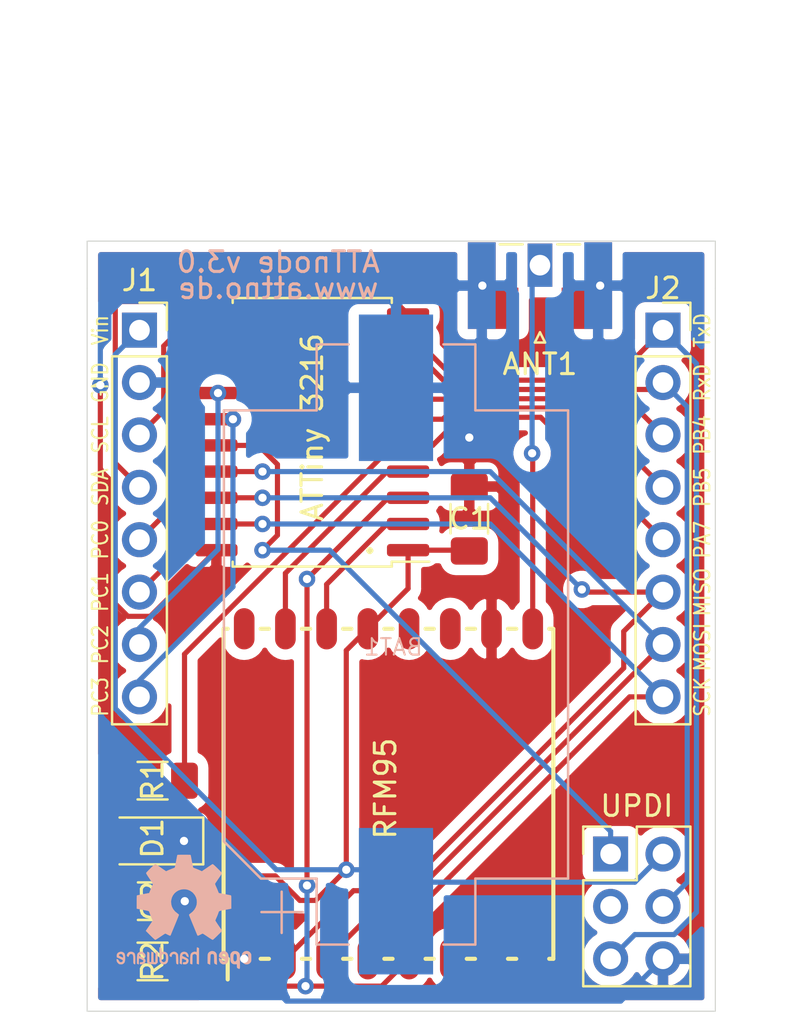
<source format=kicad_pcb>
(kicad_pcb (version 20171130) (host pcbnew 5.1.8)

  (general
    (thickness 1.6)
    (drawings 25)
    (tracks 165)
    (zones 0)
    (modules 13)
    (nets 29)
  )

  (page A4)
  (layers
    (0 F.Cu signal)
    (31 B.Cu signal)
    (32 B.Adhes user)
    (33 F.Adhes user)
    (34 B.Paste user)
    (35 F.Paste user)
    (36 B.SilkS user)
    (37 F.SilkS user)
    (38 B.Mask user)
    (39 F.Mask user)
    (40 Dwgs.User user)
    (41 Cmts.User user)
    (42 Eco1.User user)
    (43 Eco2.User user)
    (44 Edge.Cuts user)
    (45 Margin user)
    (46 B.CrtYd user)
    (47 F.CrtYd user)
    (48 B.Fab user)
    (49 F.Fab user)
  )

  (setup
    (last_trace_width 0.25)
    (trace_clearance 0.2)
    (zone_clearance 0.508)
    (zone_45_only no)
    (trace_min 0.2)
    (via_size 0.8)
    (via_drill 0.4)
    (via_min_size 0.4)
    (via_min_drill 0.3)
    (uvia_size 0.3)
    (uvia_drill 0.1)
    (uvias_allowed no)
    (uvia_min_size 0.2)
    (uvia_min_drill 0.1)
    (edge_width 0.05)
    (segment_width 0.2)
    (pcb_text_width 0.3)
    (pcb_text_size 1.5 1.5)
    (mod_edge_width 0.12)
    (mod_text_size 1 1)
    (mod_text_width 0.15)
    (pad_size 1 1)
    (pad_drill 0)
    (pad_to_mask_clearance 0)
    (aux_axis_origin 0 0)
    (visible_elements FFFFFF7F)
    (pcbplotparams
      (layerselection 0x010fc_ffffffff)
      (usegerberextensions false)
      (usegerberattributes true)
      (usegerberadvancedattributes true)
      (creategerberjobfile true)
      (excludeedgelayer true)
      (linewidth 0.100000)
      (plotframeref false)
      (viasonmask false)
      (mode 1)
      (useauxorigin false)
      (hpglpennumber 1)
      (hpglpenspeed 20)
      (hpglpendiameter 15.000000)
      (psnegative false)
      (psa4output false)
      (plotreference true)
      (plotvalue true)
      (plotinvisibletext false)
      (padsonsilk false)
      (subtractmaskfromsilk false)
      (outputformat 1)
      (mirror false)
      (drillshape 0)
      (scaleselection 1)
      (outputdirectory "Gerber_v3/"))
  )

  (net 0 "")
  (net 1 "Net-(ANT1-Pad1)")
  (net 2 GND)
  (net 3 +3V3)
  (net 4 "Net-(D1-Pad2)")
  (net 5 PB0)
  (net 6 PB1)
  (net 7 PC0)
  (net 8 PC1)
  (net 9 PC2)
  (net 10 PC3)
  (net 11 SCK)
  (net 12 MOSI)
  (net 13 MISO)
  (net 14 PA7)
  (net 15 PB5)
  (net 16 PB4)
  (net 17 PB3)
  (net 18 PB2)
  (net 19 RST)
  (net 20 "Net-(PRG1-Pad3)")
  (net 21 NSS)
  (net 22 "Net-(RFM95-Pad6)")
  (net 23 "Net-(RFM95-Pad7)")
  (net 24 "Net-(RFM95-Pad11)")
  (net 25 "Net-(RFM95-Pad12)")
  (net 26 DIO0)
  (net 27 DIO1)
  (net 28 "Net-(RFM95-Pad16)")

  (net_class Default "Dies ist die voreingestellte Netzklasse."
    (clearance 0.2)
    (trace_width 0.25)
    (via_dia 0.8)
    (via_drill 0.4)
    (uvia_dia 0.3)
    (uvia_drill 0.1)
    (add_net +3V3)
    (add_net DIO0)
    (add_net DIO1)
    (add_net GND)
    (add_net MISO)
    (add_net MOSI)
    (add_net NSS)
    (add_net "Net-(ANT1-Pad1)")
    (add_net "Net-(D1-Pad2)")
    (add_net "Net-(PRG1-Pad3)")
    (add_net "Net-(RFM95-Pad11)")
    (add_net "Net-(RFM95-Pad12)")
    (add_net "Net-(RFM95-Pad16)")
    (add_net "Net-(RFM95-Pad6)")
    (add_net "Net-(RFM95-Pad7)")
    (add_net PA7)
    (add_net PB0)
    (add_net PB1)
    (add_net PB2)
    (add_net PB3)
    (add_net PB4)
    (add_net PB5)
    (add_net PC0)
    (add_net PC1)
    (add_net PC2)
    (add_net PC3)
    (add_net RST)
    (add_net SCK)
  )

  (module Symbol:OSHW-Logo2_7.3x6mm_SilkScreen (layer B.Cu) (tedit 0) (tstamp 5FB1DA54)
    (at 60.579 73.914 180)
    (descr "Open Source Hardware Symbol")
    (tags "Logo Symbol OSHW")
    (attr virtual)
    (fp_text reference OSHW (at 0 0) (layer B.SilkS) hide
      (effects (font (size 1 1) (thickness 0.15)) (justify mirror))
    )
    (fp_text value OSHW-Logo2_7.3x6mm_SilkScreen (at 0.75 0) (layer B.Fab) hide
      (effects (font (size 1 1) (thickness 0.15)) (justify mirror))
    )
    (fp_poly (pts (xy 0.10391 2.757652) (xy 0.182454 2.757222) (xy 0.239298 2.756058) (xy 0.278105 2.753793)
      (xy 0.302538 2.75006) (xy 0.316262 2.744494) (xy 0.32294 2.736727) (xy 0.326236 2.726395)
      (xy 0.326556 2.725057) (xy 0.331562 2.700921) (xy 0.340829 2.653299) (xy 0.353392 2.587259)
      (xy 0.368287 2.507872) (xy 0.384551 2.420204) (xy 0.385119 2.417125) (xy 0.40141 2.331211)
      (xy 0.416652 2.255304) (xy 0.429861 2.193955) (xy 0.440054 2.151718) (xy 0.446248 2.133145)
      (xy 0.446543 2.132816) (xy 0.464788 2.123747) (xy 0.502405 2.108633) (xy 0.551271 2.090738)
      (xy 0.551543 2.090642) (xy 0.613093 2.067507) (xy 0.685657 2.038035) (xy 0.754057 2.008403)
      (xy 0.757294 2.006938) (xy 0.868702 1.956374) (xy 1.115399 2.12484) (xy 1.191077 2.176197)
      (xy 1.259631 2.222111) (xy 1.317088 2.25997) (xy 1.359476 2.287163) (xy 1.382825 2.301079)
      (xy 1.385042 2.302111) (xy 1.40201 2.297516) (xy 1.433701 2.275345) (xy 1.481352 2.234553)
      (xy 1.546198 2.174095) (xy 1.612397 2.109773) (xy 1.676214 2.046388) (xy 1.733329 1.988549)
      (xy 1.780305 1.939825) (xy 1.813703 1.90379) (xy 1.830085 1.884016) (xy 1.830694 1.882998)
      (xy 1.832505 1.869428) (xy 1.825683 1.847267) (xy 1.80854 1.813522) (xy 1.779393 1.7652)
      (xy 1.736555 1.699308) (xy 1.679448 1.614483) (xy 1.628766 1.539823) (xy 1.583461 1.47286)
      (xy 1.54615 1.417484) (xy 1.519452 1.37758) (xy 1.505985 1.357038) (xy 1.505137 1.355644)
      (xy 1.506781 1.335962) (xy 1.519245 1.297707) (xy 1.540048 1.248111) (xy 1.547462 1.232272)
      (xy 1.579814 1.16171) (xy 1.614328 1.081647) (xy 1.642365 1.012371) (xy 1.662568 0.960955)
      (xy 1.678615 0.921881) (xy 1.687888 0.901459) (xy 1.689041 0.899886) (xy 1.706096 0.897279)
      (xy 1.746298 0.890137) (xy 1.804302 0.879477) (xy 1.874763 0.866315) (xy 1.952335 0.851667)
      (xy 2.031672 0.836551) (xy 2.107431 0.821982) (xy 2.174264 0.808978) (xy 2.226828 0.798555)
      (xy 2.259776 0.79173) (xy 2.267857 0.789801) (xy 2.276205 0.785038) (xy 2.282506 0.774282)
      (xy 2.287045 0.753902) (xy 2.290104 0.720266) (xy 2.291967 0.669745) (xy 2.292918 0.598708)
      (xy 2.29324 0.503524) (xy 2.293257 0.464508) (xy 2.293257 0.147201) (xy 2.217057 0.132161)
      (xy 2.174663 0.124005) (xy 2.1114 0.112101) (xy 2.034962 0.097884) (xy 1.953043 0.08279)
      (xy 1.9304 0.078645) (xy 1.854806 0.063947) (xy 1.788953 0.049495) (xy 1.738366 0.036625)
      (xy 1.708574 0.026678) (xy 1.703612 0.023713) (xy 1.691426 0.002717) (xy 1.673953 -0.037967)
      (xy 1.654577 -0.090322) (xy 1.650734 -0.1016) (xy 1.625339 -0.171523) (xy 1.593817 -0.250418)
      (xy 1.562969 -0.321266) (xy 1.562817 -0.321595) (xy 1.511447 -0.432733) (xy 1.680399 -0.681253)
      (xy 1.849352 -0.929772) (xy 1.632429 -1.147058) (xy 1.566819 -1.211726) (xy 1.506979 -1.268733)
      (xy 1.456267 -1.315033) (xy 1.418046 -1.347584) (xy 1.395675 -1.363343) (xy 1.392466 -1.364343)
      (xy 1.373626 -1.356469) (xy 1.33518 -1.334578) (xy 1.28133 -1.301267) (xy 1.216276 -1.259131)
      (xy 1.14594 -1.211943) (xy 1.074555 -1.16381) (xy 1.010908 -1.121928) (xy 0.959041 -1.088871)
      (xy 0.922995 -1.067218) (xy 0.906867 -1.059543) (xy 0.887189 -1.066037) (xy 0.849875 -1.08315)
      (xy 0.802621 -1.107326) (xy 0.797612 -1.110013) (xy 0.733977 -1.141927) (xy 0.690341 -1.157579)
      (xy 0.663202 -1.157745) (xy 0.649057 -1.143204) (xy 0.648975 -1.143) (xy 0.641905 -1.125779)
      (xy 0.625042 -1.084899) (xy 0.599695 -1.023525) (xy 0.567171 -0.944819) (xy 0.528778 -0.851947)
      (xy 0.485822 -0.748072) (xy 0.444222 -0.647502) (xy 0.398504 -0.536516) (xy 0.356526 -0.433703)
      (xy 0.319548 -0.342215) (xy 0.288827 -0.265201) (xy 0.265622 -0.205815) (xy 0.25119 -0.167209)
      (xy 0.246743 -0.1528) (xy 0.257896 -0.136272) (xy 0.287069 -0.10993) (xy 0.325971 -0.080887)
      (xy 0.436757 0.010961) (xy 0.523351 0.116241) (xy 0.584716 0.232734) (xy 0.619815 0.358224)
      (xy 0.627608 0.490493) (xy 0.621943 0.551543) (xy 0.591078 0.678205) (xy 0.53792 0.790059)
      (xy 0.465767 0.885999) (xy 0.377917 0.964924) (xy 0.277665 1.02573) (xy 0.16831 1.067313)
      (xy 0.053147 1.088572) (xy -0.064525 1.088401) (xy -0.18141 1.065699) (xy -0.294211 1.019362)
      (xy -0.399631 0.948287) (xy -0.443632 0.908089) (xy -0.528021 0.804871) (xy -0.586778 0.692075)
      (xy -0.620296 0.57299) (xy -0.628965 0.450905) (xy -0.613177 0.329107) (xy -0.573322 0.210884)
      (xy -0.509793 0.099525) (xy -0.422979 -0.001684) (xy -0.325971 -0.080887) (xy -0.285563 -0.111162)
      (xy -0.257018 -0.137219) (xy -0.246743 -0.152825) (xy -0.252123 -0.169843) (xy -0.267425 -0.2105)
      (xy -0.291388 -0.271642) (xy -0.322756 -0.350119) (xy -0.360268 -0.44278) (xy -0.402667 -0.546472)
      (xy -0.444337 -0.647526) (xy -0.49031 -0.758607) (xy -0.532893 -0.861541) (xy -0.570779 -0.953165)
      (xy -0.60266 -1.030316) (xy -0.627229 -1.089831) (xy -0.64318 -1.128544) (xy -0.64909 -1.143)
      (xy -0.663052 -1.157685) (xy -0.69006 -1.157642) (xy -0.733587 -1.142099) (xy -0.79711 -1.110284)
      (xy -0.797612 -1.110013) (xy -0.84544 -1.085323) (xy -0.884103 -1.067338) (xy -0.905905 -1.059614)
      (xy -0.906867 -1.059543) (xy -0.923279 -1.067378) (xy -0.959513 -1.089165) (xy -1.011526 -1.122328)
      (xy -1.075275 -1.164291) (xy -1.14594 -1.211943) (xy -1.217884 -1.260191) (xy -1.282726 -1.302151)
      (xy -1.336265 -1.335227) (xy -1.374303 -1.356821) (xy -1.392467 -1.364343) (xy -1.409192 -1.354457)
      (xy -1.44282 -1.326826) (xy -1.48999 -1.284495) (xy -1.547342 -1.230505) (xy -1.611516 -1.167899)
      (xy -1.632503 -1.146983) (xy -1.849501 -0.929623) (xy -1.684332 -0.68722) (xy -1.634136 -0.612781)
      (xy -1.590081 -0.545972) (xy -1.554638 -0.490665) (xy -1.530281 -0.450729) (xy -1.519478 -0.430036)
      (xy -1.519162 -0.428563) (xy -1.524857 -0.409058) (xy -1.540174 -0.369822) (xy -1.562463 -0.31743)
      (xy -1.578107 -0.282355) (xy -1.607359 -0.215201) (xy -1.634906 -0.147358) (xy -1.656263 -0.090034)
      (xy -1.662065 -0.072572) (xy -1.678548 -0.025938) (xy -1.69466 0.010095) (xy -1.70351 0.023713)
      (xy -1.72304 0.032048) (xy -1.765666 0.043863) (xy -1.825855 0.057819) (xy -1.898078 0.072578)
      (xy -1.9304 0.078645) (xy -2.012478 0.093727) (xy -2.091205 0.108331) (xy -2.158891 0.12102)
      (xy -2.20784 0.130358) (xy -2.217057 0.132161) (xy -2.293257 0.147201) (xy -2.293257 0.464508)
      (xy -2.293086 0.568846) (xy -2.292384 0.647787) (xy -2.290866 0.704962) (xy -2.288251 0.744001)
      (xy -2.284254 0.768535) (xy -2.278591 0.782195) (xy -2.27098 0.788611) (xy -2.267857 0.789801)
      (xy -2.249022 0.79402) (xy -2.207412 0.802438) (xy -2.14837 0.814039) (xy -2.077243 0.827805)
      (xy -1.999375 0.84272) (xy -1.920113 0.857768) (xy -1.844802 0.871931) (xy -1.778787 0.884194)
      (xy -1.727413 0.893539) (xy -1.696025 0.89895) (xy -1.689041 0.899886) (xy -1.682715 0.912404)
      (xy -1.66871 0.945754) (xy -1.649645 0.993623) (xy -1.642366 1.012371) (xy -1.613004 1.084805)
      (xy -1.578429 1.16483) (xy -1.547463 1.232272) (xy -1.524677 1.283841) (xy -1.509518 1.326215)
      (xy -1.504458 1.352166) (xy -1.505264 1.355644) (xy -1.515959 1.372064) (xy -1.54038 1.408583)
      (xy -1.575905 1.461313) (xy -1.619913 1.526365) (xy -1.669783 1.599849) (xy -1.679644 1.614355)
      (xy -1.737508 1.700296) (xy -1.780044 1.765739) (xy -1.808946 1.813696) (xy -1.82591 1.84718)
      (xy -1.832633 1.869205) (xy -1.83081 1.882783) (xy -1.830764 1.882869) (xy -1.816414 1.900703)
      (xy -1.784677 1.935183) (xy -1.73899 1.982732) (xy -1.682796 2.039778) (xy -1.619532 2.102745)
      (xy -1.612398 2.109773) (xy -1.53267 2.18698) (xy -1.471143 2.24367) (xy -1.426579 2.28089)
      (xy -1.397743 2.299685) (xy -1.385042 2.302111) (xy -1.366506 2.291529) (xy -1.328039 2.267084)
      (xy -1.273614 2.231388) (xy -1.207202 2.187053) (xy -1.132775 2.136689) (xy -1.115399 2.12484)
      (xy -0.868703 1.956374) (xy -0.757294 2.006938) (xy -0.689543 2.036405) (xy -0.616817 2.066041)
      (xy -0.554297 2.08967) (xy -0.551543 2.090642) (xy -0.50264 2.108543) (xy -0.464943 2.12368)
      (xy -0.446575 2.13279) (xy -0.446544 2.132816) (xy -0.440715 2.149283) (xy -0.430808 2.189781)
      (xy -0.417805 2.249758) (xy -0.402691 2.32466) (xy -0.386448 2.409936) (xy -0.385119 2.417125)
      (xy -0.368825 2.504986) (xy -0.353867 2.58474) (xy -0.341209 2.651319) (xy -0.331814 2.699653)
      (xy -0.326646 2.724675) (xy -0.326556 2.725057) (xy -0.323411 2.735701) (xy -0.317296 2.743738)
      (xy -0.304547 2.749533) (xy -0.2815 2.753453) (xy -0.244491 2.755865) (xy -0.189856 2.757135)
      (xy -0.113933 2.757629) (xy -0.013056 2.757714) (xy 0 2.757714) (xy 0.10391 2.757652)) (layer B.SilkS) (width 0.01))
    (fp_poly (pts (xy 3.153595 -1.966966) (xy 3.211021 -2.004497) (xy 3.238719 -2.038096) (xy 3.260662 -2.099064)
      (xy 3.262405 -2.147308) (xy 3.258457 -2.211816) (xy 3.109686 -2.276934) (xy 3.037349 -2.310202)
      (xy 2.990084 -2.336964) (xy 2.965507 -2.360144) (xy 2.961237 -2.382667) (xy 2.974889 -2.407455)
      (xy 2.989943 -2.423886) (xy 3.033746 -2.450235) (xy 3.081389 -2.452081) (xy 3.125145 -2.431546)
      (xy 3.157289 -2.390752) (xy 3.163038 -2.376347) (xy 3.190576 -2.331356) (xy 3.222258 -2.312182)
      (xy 3.265714 -2.295779) (xy 3.265714 -2.357966) (xy 3.261872 -2.400283) (xy 3.246823 -2.435969)
      (xy 3.21528 -2.476943) (xy 3.210592 -2.482267) (xy 3.175506 -2.51872) (xy 3.145347 -2.538283)
      (xy 3.107615 -2.547283) (xy 3.076335 -2.55023) (xy 3.020385 -2.550965) (xy 2.980555 -2.54166)
      (xy 2.955708 -2.527846) (xy 2.916656 -2.497467) (xy 2.889625 -2.464613) (xy 2.872517 -2.423294)
      (xy 2.863238 -2.367521) (xy 2.859693 -2.291305) (xy 2.85941 -2.252622) (xy 2.860372 -2.206247)
      (xy 2.948007 -2.206247) (xy 2.949023 -2.231126) (xy 2.951556 -2.2352) (xy 2.968274 -2.229665)
      (xy 3.004249 -2.215017) (xy 3.052331 -2.19419) (xy 3.062386 -2.189714) (xy 3.123152 -2.158814)
      (xy 3.156632 -2.131657) (xy 3.16399 -2.10622) (xy 3.146391 -2.080481) (xy 3.131856 -2.069109)
      (xy 3.07941 -2.046364) (xy 3.030322 -2.050122) (xy 2.989227 -2.077884) (xy 2.960758 -2.127152)
      (xy 2.951631 -2.166257) (xy 2.948007 -2.206247) (xy 2.860372 -2.206247) (xy 2.861285 -2.162249)
      (xy 2.868196 -2.095384) (xy 2.881884 -2.046695) (xy 2.904096 -2.010849) (xy 2.936574 -1.982513)
      (xy 2.950733 -1.973355) (xy 3.015053 -1.949507) (xy 3.085473 -1.948006) (xy 3.153595 -1.966966)) (layer B.SilkS) (width 0.01))
    (fp_poly (pts (xy 2.6526 -1.958752) (xy 2.669948 -1.966334) (xy 2.711356 -1.999128) (xy 2.746765 -2.046547)
      (xy 2.768664 -2.097151) (xy 2.772229 -2.122098) (xy 2.760279 -2.156927) (xy 2.734067 -2.175357)
      (xy 2.705964 -2.186516) (xy 2.693095 -2.188572) (xy 2.686829 -2.173649) (xy 2.674456 -2.141175)
      (xy 2.669028 -2.126502) (xy 2.63859 -2.075744) (xy 2.59452 -2.050427) (xy 2.53801 -2.051206)
      (xy 2.533825 -2.052203) (xy 2.503655 -2.066507) (xy 2.481476 -2.094393) (xy 2.466327 -2.139287)
      (xy 2.45725 -2.204615) (xy 2.453286 -2.293804) (xy 2.452914 -2.341261) (xy 2.45273 -2.416071)
      (xy 2.451522 -2.467069) (xy 2.448309 -2.499471) (xy 2.442109 -2.518495) (xy 2.43194 -2.529356)
      (xy 2.416819 -2.537272) (xy 2.415946 -2.53767) (xy 2.386828 -2.549981) (xy 2.372403 -2.554514)
      (xy 2.370186 -2.540809) (xy 2.368289 -2.502925) (xy 2.366847 -2.445715) (xy 2.365998 -2.374027)
      (xy 2.365829 -2.321565) (xy 2.366692 -2.220047) (xy 2.37007 -2.143032) (xy 2.377142 -2.086023)
      (xy 2.389088 -2.044526) (xy 2.40709 -2.014043) (xy 2.432327 -1.99008) (xy 2.457247 -1.973355)
      (xy 2.517171 -1.951097) (xy 2.586911 -1.946076) (xy 2.6526 -1.958752)) (layer B.SilkS) (width 0.01))
    (fp_poly (pts (xy 2.144876 -1.956335) (xy 2.186667 -1.975344) (xy 2.219469 -1.998378) (xy 2.243503 -2.024133)
      (xy 2.260097 -2.057358) (xy 2.270577 -2.1028) (xy 2.276271 -2.165207) (xy 2.278507 -2.249327)
      (xy 2.278743 -2.304721) (xy 2.278743 -2.520826) (xy 2.241774 -2.53767) (xy 2.212656 -2.549981)
      (xy 2.198231 -2.554514) (xy 2.195472 -2.541025) (xy 2.193282 -2.504653) (xy 2.191942 -2.451542)
      (xy 2.191657 -2.409372) (xy 2.190434 -2.348447) (xy 2.187136 -2.300115) (xy 2.182321 -2.270518)
      (xy 2.178496 -2.264229) (xy 2.152783 -2.270652) (xy 2.112418 -2.287125) (xy 2.065679 -2.309458)
      (xy 2.020845 -2.333457) (xy 1.986193 -2.35493) (xy 1.970002 -2.369685) (xy 1.969938 -2.369845)
      (xy 1.97133 -2.397152) (xy 1.983818 -2.423219) (xy 2.005743 -2.444392) (xy 2.037743 -2.451474)
      (xy 2.065092 -2.450649) (xy 2.103826 -2.450042) (xy 2.124158 -2.459116) (xy 2.136369 -2.483092)
      (xy 2.137909 -2.487613) (xy 2.143203 -2.521806) (xy 2.129047 -2.542568) (xy 2.092148 -2.552462)
      (xy 2.052289 -2.554292) (xy 1.980562 -2.540727) (xy 1.943432 -2.521355) (xy 1.897576 -2.475845)
      (xy 1.873256 -2.419983) (xy 1.871073 -2.360957) (xy 1.891629 -2.305953) (xy 1.922549 -2.271486)
      (xy 1.95342 -2.252189) (xy 2.001942 -2.227759) (xy 2.058485 -2.202985) (xy 2.06791 -2.199199)
      (xy 2.130019 -2.171791) (xy 2.165822 -2.147634) (xy 2.177337 -2.123619) (xy 2.16658 -2.096635)
      (xy 2.148114 -2.075543) (xy 2.104469 -2.049572) (xy 2.056446 -2.047624) (xy 2.012406 -2.067637)
      (xy 1.980709 -2.107551) (xy 1.976549 -2.117848) (xy 1.952327 -2.155724) (xy 1.916965 -2.183842)
      (xy 1.872343 -2.206917) (xy 1.872343 -2.141485) (xy 1.874969 -2.101506) (xy 1.88623 -2.069997)
      (xy 1.911199 -2.036378) (xy 1.935169 -2.010484) (xy 1.972441 -1.973817) (xy 2.001401 -1.954121)
      (xy 2.032505 -1.94622) (xy 2.067713 -1.944914) (xy 2.144876 -1.956335)) (layer B.SilkS) (width 0.01))
    (fp_poly (pts (xy 1.779833 -1.958663) (xy 1.782048 -1.99685) (xy 1.783784 -2.054886) (xy 1.784899 -2.12818)
      (xy 1.785257 -2.205055) (xy 1.785257 -2.465196) (xy 1.739326 -2.511127) (xy 1.707675 -2.539429)
      (xy 1.67989 -2.550893) (xy 1.641915 -2.550168) (xy 1.62684 -2.548321) (xy 1.579726 -2.542948)
      (xy 1.540756 -2.539869) (xy 1.531257 -2.539585) (xy 1.499233 -2.541445) (xy 1.453432 -2.546114)
      (xy 1.435674 -2.548321) (xy 1.392057 -2.551735) (xy 1.362745 -2.54432) (xy 1.33368 -2.521427)
      (xy 1.323188 -2.511127) (xy 1.277257 -2.465196) (xy 1.277257 -1.978602) (xy 1.314226 -1.961758)
      (xy 1.346059 -1.949282) (xy 1.364683 -1.944914) (xy 1.369458 -1.958718) (xy 1.373921 -1.997286)
      (xy 1.377775 -2.056356) (xy 1.380722 -2.131663) (xy 1.382143 -2.195286) (xy 1.386114 -2.445657)
      (xy 1.420759 -2.450556) (xy 1.452268 -2.447131) (xy 1.467708 -2.436041) (xy 1.472023 -2.415308)
      (xy 1.475708 -2.371145) (xy 1.478469 -2.309146) (xy 1.480012 -2.234909) (xy 1.480235 -2.196706)
      (xy 1.480457 -1.976783) (xy 1.526166 -1.960849) (xy 1.558518 -1.950015) (xy 1.576115 -1.944962)
      (xy 1.576623 -1.944914) (xy 1.578388 -1.958648) (xy 1.580329 -1.99673) (xy 1.582282 -2.054482)
      (xy 1.584084 -2.127227) (xy 1.585343 -2.195286) (xy 1.589314 -2.445657) (xy 1.6764 -2.445657)
      (xy 1.680396 -2.21724) (xy 1.684392 -1.988822) (xy 1.726847 -1.966868) (xy 1.758192 -1.951793)
      (xy 1.776744 -1.944951) (xy 1.777279 -1.944914) (xy 1.779833 -1.958663)) (layer B.SilkS) (width 0.01))
    (fp_poly (pts (xy 1.190117 -2.065358) (xy 1.189933 -2.173837) (xy 1.189219 -2.257287) (xy 1.187675 -2.319704)
      (xy 1.185001 -2.365085) (xy 1.180894 -2.397429) (xy 1.175055 -2.420733) (xy 1.167182 -2.438995)
      (xy 1.161221 -2.449418) (xy 1.111855 -2.505945) (xy 1.049264 -2.541377) (xy 0.980013 -2.55409)
      (xy 0.910668 -2.542463) (xy 0.869375 -2.521568) (xy 0.826025 -2.485422) (xy 0.796481 -2.441276)
      (xy 0.778655 -2.383462) (xy 0.770463 -2.306313) (xy 0.769302 -2.249714) (xy 0.769458 -2.245647)
      (xy 0.870857 -2.245647) (xy 0.871476 -2.31055) (xy 0.874314 -2.353514) (xy 0.88084 -2.381622)
      (xy 0.892523 -2.401953) (xy 0.906483 -2.417288) (xy 0.953365 -2.44689) (xy 1.003701 -2.449419)
      (xy 1.051276 -2.424705) (xy 1.054979 -2.421356) (xy 1.070783 -2.403935) (xy 1.080693 -2.383209)
      (xy 1.086058 -2.352362) (xy 1.088228 -2.304577) (xy 1.088571 -2.251748) (xy 1.087827 -2.185381)
      (xy 1.084748 -2.141106) (xy 1.078061 -2.112009) (xy 1.066496 -2.091173) (xy 1.057013 -2.080107)
      (xy 1.01296 -2.052198) (xy 0.962224 -2.048843) (xy 0.913796 -2.070159) (xy 0.90445 -2.078073)
      (xy 0.88854 -2.095647) (xy 0.87861 -2.116587) (xy 0.873278 -2.147782) (xy 0.871163 -2.196122)
      (xy 0.870857 -2.245647) (xy 0.769458 -2.245647) (xy 0.77281 -2.158568) (xy 0.784726 -2.090086)
      (xy 0.807135 -2.0386) (xy 0.842124 -1.998443) (xy 0.869375 -1.977861) (xy 0.918907 -1.955625)
      (xy 0.976316 -1.945304) (xy 1.029682 -1.948067) (xy 1.059543 -1.959212) (xy 1.071261 -1.962383)
      (xy 1.079037 -1.950557) (xy 1.084465 -1.918866) (xy 1.088571 -1.870593) (xy 1.093067 -1.816829)
      (xy 1.099313 -1.784482) (xy 1.110676 -1.765985) (xy 1.130528 -1.75377) (xy 1.143 -1.748362)
      (xy 1.190171 -1.728601) (xy 1.190117 -2.065358)) (layer B.SilkS) (width 0.01))
    (fp_poly (pts (xy 0.529926 -1.949755) (xy 0.595858 -1.974084) (xy 0.649273 -2.017117) (xy 0.670164 -2.047409)
      (xy 0.692939 -2.102994) (xy 0.692466 -2.143186) (xy 0.668562 -2.170217) (xy 0.659717 -2.174813)
      (xy 0.62153 -2.189144) (xy 0.602028 -2.185472) (xy 0.595422 -2.161407) (xy 0.595086 -2.148114)
      (xy 0.582992 -2.09921) (xy 0.551471 -2.064999) (xy 0.507659 -2.048476) (xy 0.458695 -2.052634)
      (xy 0.418894 -2.074227) (xy 0.40545 -2.086544) (xy 0.395921 -2.101487) (xy 0.389485 -2.124075)
      (xy 0.385317 -2.159328) (xy 0.382597 -2.212266) (xy 0.380502 -2.287907) (xy 0.37996 -2.311857)
      (xy 0.377981 -2.39379) (xy 0.375731 -2.451455) (xy 0.372357 -2.489608) (xy 0.367006 -2.513004)
      (xy 0.358824 -2.526398) (xy 0.346959 -2.534545) (xy 0.339362 -2.538144) (xy 0.307102 -2.550452)
      (xy 0.288111 -2.554514) (xy 0.281836 -2.540948) (xy 0.278006 -2.499934) (xy 0.2766 -2.430999)
      (xy 0.277598 -2.333669) (xy 0.277908 -2.318657) (xy 0.280101 -2.229859) (xy 0.282693 -2.165019)
      (xy 0.286382 -2.119067) (xy 0.291864 -2.086935) (xy 0.299835 -2.063553) (xy 0.310993 -2.043852)
      (xy 0.31683 -2.03541) (xy 0.350296 -1.998057) (xy 0.387727 -1.969003) (xy 0.392309 -1.966467)
      (xy 0.459426 -1.946443) (xy 0.529926 -1.949755)) (layer B.SilkS) (width 0.01))
    (fp_poly (pts (xy 0.039744 -1.950968) (xy 0.096616 -1.972087) (xy 0.097267 -1.972493) (xy 0.13244 -1.99838)
      (xy 0.158407 -2.028633) (xy 0.17667 -2.068058) (xy 0.188732 -2.121462) (xy 0.196096 -2.193651)
      (xy 0.200264 -2.289432) (xy 0.200629 -2.303078) (xy 0.205876 -2.508842) (xy 0.161716 -2.531678)
      (xy 0.129763 -2.54711) (xy 0.11047 -2.554423) (xy 0.109578 -2.554514) (xy 0.106239 -2.541022)
      (xy 0.103587 -2.504626) (xy 0.101956 -2.451452) (xy 0.1016 -2.408393) (xy 0.101592 -2.338641)
      (xy 0.098403 -2.294837) (xy 0.087288 -2.273944) (xy 0.063501 -2.272925) (xy 0.022296 -2.288741)
      (xy -0.039914 -2.317815) (xy -0.085659 -2.341963) (xy -0.109187 -2.362913) (xy -0.116104 -2.385747)
      (xy -0.116114 -2.386877) (xy -0.104701 -2.426212) (xy -0.070908 -2.447462) (xy -0.019191 -2.450539)
      (xy 0.018061 -2.450006) (xy 0.037703 -2.460735) (xy 0.049952 -2.486505) (xy 0.057002 -2.519337)
      (xy 0.046842 -2.537966) (xy 0.043017 -2.540632) (xy 0.007001 -2.55134) (xy -0.043434 -2.552856)
      (xy -0.095374 -2.545759) (xy -0.132178 -2.532788) (xy -0.183062 -2.489585) (xy -0.211986 -2.429446)
      (xy -0.217714 -2.382462) (xy -0.213343 -2.340082) (xy -0.197525 -2.305488) (xy -0.166203 -2.274763)
      (xy -0.115322 -2.24399) (xy -0.040824 -2.209252) (xy -0.036286 -2.207288) (xy 0.030821 -2.176287)
      (xy 0.072232 -2.150862) (xy 0.089981 -2.128014) (xy 0.086107 -2.104745) (xy 0.062643 -2.078056)
      (xy 0.055627 -2.071914) (xy 0.00863 -2.0481) (xy -0.040067 -2.049103) (xy -0.082478 -2.072451)
      (xy -0.110616 -2.115675) (xy -0.113231 -2.12416) (xy -0.138692 -2.165308) (xy -0.170999 -2.185128)
      (xy -0.217714 -2.20477) (xy -0.217714 -2.15395) (xy -0.203504 -2.080082) (xy -0.161325 -2.012327)
      (xy -0.139376 -1.989661) (xy -0.089483 -1.960569) (xy -0.026033 -1.9474) (xy 0.039744 -1.950968)) (layer B.SilkS) (width 0.01))
    (fp_poly (pts (xy -0.624114 -1.851289) (xy -0.619861 -1.910613) (xy -0.614975 -1.945572) (xy -0.608205 -1.96082)
      (xy -0.598298 -1.961015) (xy -0.595086 -1.959195) (xy -0.552356 -1.946015) (xy -0.496773 -1.946785)
      (xy -0.440263 -1.960333) (xy -0.404918 -1.977861) (xy -0.368679 -2.005861) (xy -0.342187 -2.037549)
      (xy -0.324001 -2.077813) (xy -0.312678 -2.131543) (xy -0.306778 -2.203626) (xy -0.304857 -2.298951)
      (xy -0.304823 -2.317237) (xy -0.3048 -2.522646) (xy -0.350509 -2.53858) (xy -0.382973 -2.54942)
      (xy -0.400785 -2.554468) (xy -0.401309 -2.554514) (xy -0.403063 -2.540828) (xy -0.404556 -2.503076)
      (xy -0.405674 -2.446224) (xy -0.406303 -2.375234) (xy -0.4064 -2.332073) (xy -0.406602 -2.246973)
      (xy -0.407642 -2.185981) (xy -0.410169 -2.144177) (xy -0.414836 -2.116642) (xy -0.422293 -2.098456)
      (xy -0.433189 -2.084698) (xy -0.439993 -2.078073) (xy -0.486728 -2.051375) (xy -0.537728 -2.049375)
      (xy -0.583999 -2.071955) (xy -0.592556 -2.080107) (xy -0.605107 -2.095436) (xy -0.613812 -2.113618)
      (xy -0.619369 -2.139909) (xy -0.622474 -2.179562) (xy -0.623824 -2.237832) (xy -0.624114 -2.318173)
      (xy -0.624114 -2.522646) (xy -0.669823 -2.53858) (xy -0.702287 -2.54942) (xy -0.720099 -2.554468)
      (xy -0.720623 -2.554514) (xy -0.721963 -2.540623) (xy -0.723172 -2.501439) (xy -0.724199 -2.4407)
      (xy -0.724998 -2.362141) (xy -0.725519 -2.269498) (xy -0.725714 -2.166509) (xy -0.725714 -1.769342)
      (xy -0.678543 -1.749444) (xy -0.631371 -1.729547) (xy -0.624114 -1.851289)) (layer B.SilkS) (width 0.01))
    (fp_poly (pts (xy -1.831697 -1.931239) (xy -1.774473 -1.969735) (xy -1.730251 -2.025335) (xy -1.703833 -2.096086)
      (xy -1.69849 -2.148162) (xy -1.699097 -2.169893) (xy -1.704178 -2.186531) (xy -1.718145 -2.201437)
      (xy -1.745411 -2.217973) (xy -1.790388 -2.239498) (xy -1.857489 -2.269374) (xy -1.857829 -2.269524)
      (xy -1.919593 -2.297813) (xy -1.970241 -2.322933) (xy -2.004596 -2.342179) (xy -2.017482 -2.352848)
      (xy -2.017486 -2.352934) (xy -2.006128 -2.376166) (xy -1.979569 -2.401774) (xy -1.949077 -2.420221)
      (xy -1.93363 -2.423886) (xy -1.891485 -2.411212) (xy -1.855192 -2.379471) (xy -1.837483 -2.344572)
      (xy -1.820448 -2.318845) (xy -1.787078 -2.289546) (xy -1.747851 -2.264235) (xy -1.713244 -2.250471)
      (xy -1.706007 -2.249714) (xy -1.697861 -2.26216) (xy -1.69737 -2.293972) (xy -1.703357 -2.336866)
      (xy -1.714643 -2.382558) (xy -1.73005 -2.422761) (xy -1.730829 -2.424322) (xy -1.777196 -2.489062)
      (xy -1.837289 -2.533097) (xy -1.905535 -2.554711) (xy -1.976362 -2.552185) (xy -2.044196 -2.523804)
      (xy -2.047212 -2.521808) (xy -2.100573 -2.473448) (xy -2.13566 -2.410352) (xy -2.155078 -2.327387)
      (xy -2.157684 -2.304078) (xy -2.162299 -2.194055) (xy -2.156767 -2.142748) (xy -2.017486 -2.142748)
      (xy -2.015676 -2.174753) (xy -2.005778 -2.184093) (xy -1.981102 -2.177105) (xy -1.942205 -2.160587)
      (xy -1.898725 -2.139881) (xy -1.897644 -2.139333) (xy -1.860791 -2.119949) (xy -1.846 -2.107013)
      (xy -1.849647 -2.093451) (xy -1.865005 -2.075632) (xy -1.904077 -2.049845) (xy -1.946154 -2.04795)
      (xy -1.983897 -2.066717) (xy -2.009966 -2.102915) (xy -2.017486 -2.142748) (xy -2.156767 -2.142748)
      (xy -2.152806 -2.106027) (xy -2.12845 -2.036212) (xy -2.094544 -1.987302) (xy -2.033347 -1.937878)
      (xy -1.965937 -1.913359) (xy -1.89712 -1.911797) (xy -1.831697 -1.931239)) (layer B.SilkS) (width 0.01))
    (fp_poly (pts (xy -2.958885 -1.921962) (xy -2.890855 -1.957733) (xy -2.840649 -2.015301) (xy -2.822815 -2.052312)
      (xy -2.808937 -2.107882) (xy -2.801833 -2.178096) (xy -2.80116 -2.254727) (xy -2.806573 -2.329552)
      (xy -2.81773 -2.394342) (xy -2.834286 -2.440873) (xy -2.839374 -2.448887) (xy -2.899645 -2.508707)
      (xy -2.971231 -2.544535) (xy -3.048908 -2.55502) (xy -3.127452 -2.53881) (xy -3.149311 -2.529092)
      (xy -3.191878 -2.499143) (xy -3.229237 -2.459433) (xy -3.232768 -2.454397) (xy -3.247119 -2.430124)
      (xy -3.256606 -2.404178) (xy -3.26221 -2.370022) (xy -3.264914 -2.321119) (xy -3.265701 -2.250935)
      (xy -3.265714 -2.2352) (xy -3.265678 -2.230192) (xy -3.120571 -2.230192) (xy -3.119727 -2.29643)
      (xy -3.116404 -2.340386) (xy -3.109417 -2.368779) (xy -3.097584 -2.388325) (xy -3.091543 -2.394857)
      (xy -3.056814 -2.41968) (xy -3.023097 -2.418548) (xy -2.989005 -2.397016) (xy -2.968671 -2.374029)
      (xy -2.956629 -2.340478) (xy -2.949866 -2.287569) (xy -2.949402 -2.281399) (xy -2.948248 -2.185513)
      (xy -2.960312 -2.114299) (xy -2.98543 -2.068194) (xy -3.02344 -2.047635) (xy -3.037008 -2.046514)
      (xy -3.072636 -2.052152) (xy -3.097006 -2.071686) (xy -3.111907 -2.109042) (xy -3.119125 -2.16815)
      (xy -3.120571 -2.230192) (xy -3.265678 -2.230192) (xy -3.265174 -2.160413) (xy -3.262904 -2.108159)
      (xy -3.257932 -2.071949) (xy -3.249287 -2.045299) (xy -3.235995 -2.021722) (xy -3.233057 -2.017338)
      (xy -3.183687 -1.958249) (xy -3.129891 -1.923947) (xy -3.064398 -1.910331) (xy -3.042158 -1.909665)
      (xy -2.958885 -1.921962)) (layer B.SilkS) (width 0.01))
    (fp_poly (pts (xy -1.283907 -1.92778) (xy -1.237328 -1.954723) (xy -1.204943 -1.981466) (xy -1.181258 -2.009484)
      (xy -1.164941 -2.043748) (xy -1.154661 -2.089227) (xy -1.149086 -2.150892) (xy -1.146884 -2.233711)
      (xy -1.146629 -2.293246) (xy -1.146629 -2.512391) (xy -1.208314 -2.540044) (xy -1.27 -2.567697)
      (xy -1.277257 -2.32767) (xy -1.280256 -2.238028) (xy -1.283402 -2.172962) (xy -1.287299 -2.128026)
      (xy -1.292553 -2.09877) (xy -1.299769 -2.080748) (xy -1.30955 -2.069511) (xy -1.312688 -2.067079)
      (xy -1.360239 -2.048083) (xy -1.408303 -2.0556) (xy -1.436914 -2.075543) (xy -1.448553 -2.089675)
      (xy -1.456609 -2.10822) (xy -1.461729 -2.136334) (xy -1.464559 -2.179173) (xy -1.465744 -2.241895)
      (xy -1.465943 -2.307261) (xy -1.465982 -2.389268) (xy -1.467386 -2.447316) (xy -1.472086 -2.486465)
      (xy -1.482013 -2.51178) (xy -1.499097 -2.528323) (xy -1.525268 -2.541156) (xy -1.560225 -2.554491)
      (xy -1.598404 -2.569007) (xy -1.593859 -2.311389) (xy -1.592029 -2.218519) (xy -1.589888 -2.149889)
      (xy -1.586819 -2.100711) (xy -1.582206 -2.066198) (xy -1.575432 -2.041562) (xy -1.565881 -2.022016)
      (xy -1.554366 -2.00477) (xy -1.49881 -1.94968) (xy -1.43102 -1.917822) (xy -1.357287 -1.910191)
      (xy -1.283907 -1.92778)) (layer B.SilkS) (width 0.01))
    (fp_poly (pts (xy -2.400256 -1.919918) (xy -2.344799 -1.947568) (xy -2.295852 -1.99848) (xy -2.282371 -2.017338)
      (xy -2.267686 -2.042015) (xy -2.258158 -2.068816) (xy -2.252707 -2.104587) (xy -2.250253 -2.156169)
      (xy -2.249714 -2.224267) (xy -2.252148 -2.317588) (xy -2.260606 -2.387657) (xy -2.276826 -2.439931)
      (xy -2.302546 -2.479869) (xy -2.339503 -2.512929) (xy -2.342218 -2.514886) (xy -2.37864 -2.534908)
      (xy -2.422498 -2.544815) (xy -2.478276 -2.547257) (xy -2.568952 -2.547257) (xy -2.56899 -2.635283)
      (xy -2.569834 -2.684308) (xy -2.574976 -2.713065) (xy -2.588413 -2.730311) (xy -2.614142 -2.744808)
      (xy -2.620321 -2.747769) (xy -2.649236 -2.761648) (xy -2.671624 -2.770414) (xy -2.688271 -2.771171)
      (xy -2.699964 -2.761023) (xy -2.70749 -2.737073) (xy -2.711634 -2.696426) (xy -2.713185 -2.636186)
      (xy -2.712929 -2.553455) (xy -2.711651 -2.445339) (xy -2.711252 -2.413) (xy -2.709815 -2.301524)
      (xy -2.708528 -2.228603) (xy -2.569029 -2.228603) (xy -2.568245 -2.290499) (xy -2.56476 -2.330997)
      (xy -2.556876 -2.357708) (xy -2.542895 -2.378244) (xy -2.533403 -2.38826) (xy -2.494596 -2.417567)
      (xy -2.460237 -2.419952) (xy -2.424784 -2.39575) (xy -2.423886 -2.394857) (xy -2.409461 -2.376153)
      (xy -2.400687 -2.350732) (xy -2.396261 -2.311584) (xy -2.394882 -2.251697) (xy -2.394857 -2.23843)
      (xy -2.398188 -2.155901) (xy -2.409031 -2.098691) (xy -2.42866 -2.063766) (xy -2.45835 -2.048094)
      (xy -2.475509 -2.046514) (xy -2.516234 -2.053926) (xy -2.544168 -2.07833) (xy -2.560983 -2.12298)
      (xy -2.56835 -2.19113) (xy -2.569029 -2.228603) (xy -2.708528 -2.228603) (xy -2.708292 -2.215245)
      (xy -2.706323 -2.150333) (xy -2.70355 -2.102958) (xy -2.699612 -2.06929) (xy -2.694151 -2.045498)
      (xy -2.686808 -2.027753) (xy -2.677223 -2.012224) (xy -2.673113 -2.006381) (xy -2.618595 -1.951185)
      (xy -2.549664 -1.91989) (xy -2.469928 -1.911165) (xy -2.400256 -1.919918)) (layer B.SilkS) (width 0.01))
  )

  (module SMA_Multi:SMA_Edge_UFL_Combo (layer F.Cu) (tedit 5FB1220E) (tstamp 5FB1928C)
    (at 77.851 43.561 180)
    (descr "Connector SMA, 0Hz to 20GHz, 50Ohm, Edge Mount (http://suddendocs.samtec.com/prints/sma-j-p-x-st-em1-mkt.pdf)")
    (tags "SMA Straight Samtec Edge Mount")
    (path /5D699DFD)
    (attr smd)
    (fp_text reference ANT1 (at 0 -3.81 180) (layer F.SilkS)
      (effects (font (size 1 1) (thickness 0.15)))
    )
    (fp_text value Antenna (at 0 13) (layer F.Fab)
      (effects (font (size 1 1) (thickness 0.15)))
    )
    (fp_line (start -0.25 -2.76) (end 0 -2.26) (layer F.SilkS) (width 0.12))
    (fp_line (start 0.25 -2.76) (end -0.25 -2.76) (layer F.SilkS) (width 0.12))
    (fp_line (start 0 -2.26) (end 0.25 -2.76) (layer F.SilkS) (width 0.12))
    (fp_line (start 0 3.1) (end -0.64 2.1) (layer F.Fab) (width 0.1))
    (fp_line (start 0.64 2.1) (end 0 3.1) (layer F.Fab) (width 0.1))
    (fp_line (start 4 2.6) (end 4 -2.6) (layer F.CrtYd) (width 0.05))
    (fp_line (start 3.68 12.12) (end -3.68 12.12) (layer F.CrtYd) (width 0.05))
    (fp_line (start -4 2.6) (end -4 -2.6) (layer F.CrtYd) (width 0.05))
    (fp_line (start -4 -2.6) (end 4 -2.6) (layer F.CrtYd) (width 0.05))
    (fp_line (start 4 2.6) (end 4 -2.6) (layer B.CrtYd) (width 0.05))
    (fp_line (start 3.68 12.12) (end -3.68 12.12) (layer B.CrtYd) (width 0.05))
    (fp_line (start -4 2.6) (end -4 -2.6) (layer B.CrtYd) (width 0.05))
    (fp_line (start -4 -2.6) (end 4 -2.6) (layer B.CrtYd) (width 0.05))
    (fp_line (start 3.165 11.62) (end -3.165 11.62) (layer F.Fab) (width 0.1))
    (fp_line (start 3.175 -1.71) (end 3.175 11.62) (layer F.Fab) (width 0.1))
    (fp_line (start 3.175 -1.71) (end 2.365 -1.71) (layer F.Fab) (width 0.1))
    (fp_line (start 2.365 -1.71) (end 2.365 2.1) (layer F.Fab) (width 0.1))
    (fp_line (start 2.365 2.1) (end -2.365 2.1) (layer F.Fab) (width 0.1))
    (fp_line (start -2.365 2.1) (end -2.365 -1.71) (layer F.Fab) (width 0.1))
    (fp_line (start -2.365 -1.71) (end -3.175 -1.71) (layer F.Fab) (width 0.1))
    (fp_line (start -3.175 -1.71) (end -3.175 11.62) (layer F.Fab) (width 0.1))
    (fp_line (start 4.1 2.1) (end -4.1 2.1) (layer Dwgs.User) (width 0.1))
    (fp_line (start -3.68 2.6) (end -4 2.6) (layer F.CrtYd) (width 0.05))
    (fp_line (start -3.68 12.12) (end -3.68 2.6) (layer F.CrtYd) (width 0.05))
    (fp_line (start 3.68 2.6) (end 4 2.6) (layer F.CrtYd) (width 0.05))
    (fp_line (start 3.68 2.6) (end 3.68 12.12) (layer F.CrtYd) (width 0.05))
    (fp_line (start -3.68 2.6) (end -4 2.6) (layer B.CrtYd) (width 0.05))
    (fp_line (start -3.68 12.12) (end -3.68 2.6) (layer B.CrtYd) (width 0.05))
    (fp_line (start 4 2.6) (end 3.68 2.6) (layer B.CrtYd) (width 0.05))
    (fp_line (start 3.68 2.6) (end 3.68 12.12) (layer B.CrtYd) (width 0.05))
    (fp_line (start -1.95 2) (end -0.84 2) (layer F.SilkS) (width 0.12))
    (fp_line (start 0.84 2) (end 1.95 2) (layer F.SilkS) (width 0.12))
    (fp_text user %R (at 0 4.79 180) (layer F.Fab) hide
      (effects (font (size 1 1) (thickness 0.15)))
    )
    (fp_text user "PCB Edge" (at 0 2.6) (layer Dwgs.User)
      (effects (font (size 0.5 0.5) (thickness 0.1)))
    )
    (pad 2 smd custom (at -3.00228 -1.6002 180) (size 1 1) (layers F.Cu F.Paste F.Mask)
      (net 2 GND) (zone_connect 0)
      (options (clearance outline) (anchor rect))
      (primitives
        (gr_poly (pts
           (xy -0.5 -0.5) (xy 1.95 -0.5) (xy 1.95 1.5) (xy 0.85 1.5) (xy 0.85 3.7)
           (xy -0.5 3.7)) (width 0))
      ))
    (pad 2 smd custom (at 1.5494 -1.6002 180) (size 1 1) (layers F.Cu F.Paste F.Mask)
      (net 2 GND) (zone_connect 0)
      (options (clearance outline) (anchor rect))
      (primitives
        (gr_poly (pts
           (xy -0.5 -0.5) (xy 1.95 -0.5) (xy 1.95 3.7) (xy 0.6 3.7) (xy 0.6 1.5)
           (xy -0.5 1.5)) (width 0))
      ))
    (pad 2 smd rect (at -2.825 0 180) (size 1.35 4.2) (layers B.Cu B.Paste B.Mask)
      (net 2 GND))
    (pad 2 smd rect (at 2.825 0 180) (size 1.35 4.2) (layers B.Cu B.Paste B.Mask)
      (net 2 GND))
    (pad 1 thru_hole rect (at 0 0.9906 180) (size 1.2 2.1) (drill 1) (layers *.Cu *.Mask)
      (net 1 "Net-(ANT1-Pad1)"))
    (model ${KISYS3DMOD}/Connector_Coaxial.3dshapes/SMA_Samtec_SMA-J-P-X-ST-EM1_EdgeMount.wrl
      (at (xyz 0 0 0))
      (scale (xyz 1 1 1))
      (rotate (xyz 0 0 0))
    )
  )

  (module battery_holder:BatteryHolder_Keystone_1060_1x2032_Long_Pad (layer B.Cu) (tedit 5E2D666C) (tstamp 5FB192CA)
    (at 70.866 60.96 90)
    (descr http://www.keyelco.com/product-pdf.cfm?p=726)
    (tags "CR2032 BR2032 BatteryHolder Battery")
    (path /5D6F40EE)
    (attr smd)
    (fp_text reference BAT1 (at -0.127 -0.127) (layer B.SilkS)
      (effects (font (size 0.8 0.8) (thickness 0.1)) (justify mirror))
    )
    (fp_text value Battery_Cell (at 0 11.75 -90) (layer B.Fab)
      (effects (font (size 1 1) (thickness 0.15)) (justify mirror))
    )
    (fp_circle (center 0 0) (end -10.2 0) (layer Dwgs.User) (width 0.3))
    (fp_line (start 11 -8) (end -9.4 -8) (layer B.Fab) (width 0.1))
    (fp_line (start 11 8) (end -11 8) (layer B.Fab) (width 0.1))
    (fp_line (start 11 -8) (end 11 -3.5) (layer B.Fab) (width 0.1))
    (fp_line (start 11 8) (end 11 3.5) (layer B.Fab) (width 0.1))
    (fp_line (start -11 8) (end -11 3.5) (layer B.Fab) (width 0.1))
    (fp_line (start -11 -6.4) (end -11 -3.5) (layer B.Fab) (width 0.1))
    (fp_line (start -11 -3.5) (end -14.2 -3.5) (layer B.Fab) (width 0.1))
    (fp_line (start -14.2 -3.5) (end -14.2 3.5) (layer B.Fab) (width 0.1))
    (fp_line (start -14.2 3.5) (end -11 3.5) (layer B.Fab) (width 0.1))
    (fp_line (start 11 -3.5) (end 14.2 -3.5) (layer B.Fab) (width 0.1))
    (fp_line (start 14.2 -3.5) (end 14.2 3.5) (layer B.Fab) (width 0.1))
    (fp_line (start 14.2 3.5) (end 11 3.5) (layer B.Fab) (width 0.1))
    (fp_line (start -9.4 -8) (end -11 -6.4) (layer B.Fab) (width 0.1))
    (fp_line (start 11.35 -3.85) (end 14.55 -3.85) (layer B.SilkS) (width 0.12))
    (fp_line (start 14.55 -3.85) (end 14.55 -2.3) (layer B.SilkS) (width 0.12))
    (fp_line (start 11.35 -8.35) (end 11.35 -3.85) (layer B.SilkS) (width 0.12))
    (fp_line (start 11.35 -8.35) (end -9.55 -8.35) (layer B.SilkS) (width 0.12))
    (fp_line (start -11.35 -6.55) (end -11.35 -3.85) (layer B.SilkS) (width 0.12))
    (fp_line (start -9.55 -8.35) (end -11.35 -6.55) (layer B.SilkS) (width 0.12))
    (fp_line (start -11.35 -3.85) (end -14.55 -3.85) (layer B.SilkS) (width 0.12))
    (fp_line (start -14.55 -3.85) (end -14.55 -2.3) (layer B.SilkS) (width 0.12))
    (fp_line (start -11.35 3.85) (end -14.55 3.85) (layer B.SilkS) (width 0.12))
    (fp_line (start -14.55 3.85) (end -14.55 2.3) (layer B.SilkS) (width 0.12))
    (fp_line (start 11.35 3.85) (end 14.55 3.85) (layer B.SilkS) (width 0.12))
    (fp_line (start 14.55 3.85) (end 14.55 2.3) (layer B.SilkS) (width 0.12))
    (fp_line (start -11.35 8.35) (end 11.35 8.35) (layer B.SilkS) (width 0.12))
    (fp_line (start -11.35 8.35) (end -11.35 3.85) (layer B.SilkS) (width 0.12))
    (fp_line (start 11.35 8.35) (end 11.35 3.85) (layer B.SilkS) (width 0.12))
    (fp_line (start 11.5 -8.5) (end 6.5 -8.5) (layer B.CrtYd) (width 0.05))
    (fp_line (start -6.5 -8.5) (end -11.5 -8.5) (layer B.CrtYd) (width 0.05))
    (fp_line (start -11.5 -4) (end -11.5 -8.5) (layer B.CrtYd) (width 0.05))
    (fp_line (start -14.7 -4) (end -11.5 -4) (layer B.CrtYd) (width 0.05))
    (fp_line (start -14.7 -4) (end -14.7 -2.3) (layer B.CrtYd) (width 0.05))
    (fp_line (start -14.7 -2.3) (end -16.45 -2.3) (layer B.CrtYd) (width 0.05))
    (fp_line (start -16.45 -2.3) (end -16.45 2.3) (layer B.CrtYd) (width 0.05))
    (fp_line (start -14.7 2.3) (end -16.45 2.3) (layer B.CrtYd) (width 0.05))
    (fp_line (start -14.7 2.3) (end -14.7 4) (layer B.CrtYd) (width 0.05))
    (fp_line (start -14.7 4) (end -11.5 4) (layer B.CrtYd) (width 0.05))
    (fp_line (start -11.5 4) (end -11.5 8.5) (layer B.CrtYd) (width 0.05))
    (fp_line (start -11.5 8.5) (end -6.5 8.5) (layer B.CrtYd) (width 0.05))
    (fp_line (start 11.5 8.5) (end 11.5 4) (layer B.CrtYd) (width 0.05))
    (fp_line (start 11.5 4) (end 14.7 4) (layer B.CrtYd) (width 0.05))
    (fp_line (start 14.7 4) (end 14.7 2.3) (layer B.CrtYd) (width 0.05))
    (fp_line (start 14.7 2.3) (end 16.45 2.3) (layer B.CrtYd) (width 0.05))
    (fp_line (start 16.45 2.3) (end 16.45 -2.3) (layer B.CrtYd) (width 0.05))
    (fp_line (start 16.45 -2.3) (end 14.7 -2.3) (layer B.CrtYd) (width 0.05))
    (fp_line (start 14.7 -2.3) (end 14.7 -4) (layer B.CrtYd) (width 0.05))
    (fp_line (start 14.7 -4) (end 11.5 -4) (layer B.CrtYd) (width 0.05))
    (fp_line (start 11.5 -4) (end 11.5 -8.5) (layer B.CrtYd) (width 0.05))
    (fp_line (start 11.5 8.5) (end 6.5 8.5) (layer B.CrtYd) (width 0.05))
    (fp_line (start -12.97432 -4.5278) (end -12.97432 -6.5278) (layer B.SilkS) (width 0.12))
    (fp_line (start -11.98524 -5.54736) (end -13.98524 -5.54736) (layer B.SilkS) (width 0.12))
    (fp_arc (start 0 0) (end -6.5 -8.5) (angle 74.81070976) (layer B.CrtYd) (width 0.05))
    (fp_arc (start 0 0) (end 6.5 8.5) (angle 74.81070976) (layer B.CrtYd) (width 0.05))
    (fp_text user BAT (at 0 0 -90) (layer B.Fab) hide
      (effects (font (size 1 1) (thickness 0.15)) (justify mirror))
    )
    (pad 2 smd rect (at 12.446 0 270) (size 7.1 3.6) (layers B.Cu B.Paste B.Mask)
      (net 2 GND))
    (pad 1 smd rect (at -12.446 0 270) (size 7.1 3.6) (layers B.Cu B.Paste B.Mask)
      (net 3 +3V3))
    (model ${KISYS3DMOD}/Battery.3dshapes/BatteryHolder_Keystone_1060_1x2032.wrl
      (at (xyz 0 0 0))
      (scale (xyz 1 1 1))
      (rotate (xyz 0 0 0))
    )
  )

  (module Capacitor_SMD:C_1206_3216Metric_Pad1.33x1.80mm_HandSolder (layer F.Cu) (tedit 5F68FEEF) (tstamp 5FB192DB)
    (at 74.422 54.864 90)
    (descr "Capacitor SMD 1206 (3216 Metric), square (rectangular) end terminal, IPC_7351 nominal with elongated pad for handsoldering. (Body size source: IPC-SM-782 page 76, https://www.pcb-3d.com/wordpress/wp-content/uploads/ipc-sm-782a_amendment_1_and_2.pdf), generated with kicad-footprint-generator")
    (tags "capacitor handsolder")
    (path /5D696543)
    (attr smd)
    (fp_text reference C1 (at 0 0 180) (layer F.SilkS)
      (effects (font (size 1 1) (thickness 0.15)))
    )
    (fp_text value 100n (at 0 1.85 90) (layer F.Fab)
      (effects (font (size 1 1) (thickness 0.15)))
    )
    (fp_line (start -1.6 0.8) (end -1.6 -0.8) (layer F.Fab) (width 0.1))
    (fp_line (start -1.6 -0.8) (end 1.6 -0.8) (layer F.Fab) (width 0.1))
    (fp_line (start 1.6 -0.8) (end 1.6 0.8) (layer F.Fab) (width 0.1))
    (fp_line (start 1.6 0.8) (end -1.6 0.8) (layer F.Fab) (width 0.1))
    (fp_line (start -0.711252 -0.91) (end 0.711252 -0.91) (layer F.SilkS) (width 0.12))
    (fp_line (start -0.711252 0.91) (end 0.711252 0.91) (layer F.SilkS) (width 0.12))
    (fp_line (start -2.48 1.15) (end -2.48 -1.15) (layer F.CrtYd) (width 0.05))
    (fp_line (start -2.48 -1.15) (end 2.48 -1.15) (layer F.CrtYd) (width 0.05))
    (fp_line (start 2.48 -1.15) (end 2.48 1.15) (layer F.CrtYd) (width 0.05))
    (fp_line (start 2.48 1.15) (end -2.48 1.15) (layer F.CrtYd) (width 0.05))
    (fp_text user %R (at 0 0 90) (layer F.Fab)
      (effects (font (size 0.8 0.8) (thickness 0.12)))
    )
    (pad 1 smd roundrect (at -1.5625 0 90) (size 1.325 1.8) (layers F.Cu F.Paste F.Mask) (roundrect_rratio 0.1886784905660377)
      (net 3 +3V3))
    (pad 2 smd roundrect (at 1.5625 0 90) (size 1.325 1.8) (layers F.Cu F.Paste F.Mask) (roundrect_rratio 0.1886784905660377)
      (net 2 GND))
    (model ${KISYS3DMOD}/Capacitor_SMD.3dshapes/C_1206_3216Metric.wrl
      (at (xyz 0 0 0))
      (scale (xyz 1 1 1))
      (rotate (xyz 0 0 0))
    )
  )

  (module Capacitor_SMD:C_1206_3216Metric_Pad1.33x1.80mm_HandSolder (layer F.Cu) (tedit 5F68FEEF) (tstamp 5FB1A2B1)
    (at 59.055 73.406)
    (descr "Capacitor SMD 1206 (3216 Metric), square (rectangular) end terminal, IPC_7351 nominal with elongated pad for handsoldering. (Body size source: IPC-SM-782 page 76, https://www.pcb-3d.com/wordpress/wp-content/uploads/ipc-sm-782a_amendment_1_and_2.pdf), generated with kicad-footprint-generator")
    (tags "capacitor handsolder")
    (path /5D694E97)
    (attr smd)
    (fp_text reference C2 (at 0 0 90) (layer F.SilkS)
      (effects (font (size 1 1) (thickness 0.15)))
    )
    (fp_text value 100n (at 0 1.85) (layer F.Fab)
      (effects (font (size 1 1) (thickness 0.15)))
    )
    (fp_line (start 2.48 1.15) (end -2.48 1.15) (layer F.CrtYd) (width 0.05))
    (fp_line (start 2.48 -1.15) (end 2.48 1.15) (layer F.CrtYd) (width 0.05))
    (fp_line (start -2.48 -1.15) (end 2.48 -1.15) (layer F.CrtYd) (width 0.05))
    (fp_line (start -2.48 1.15) (end -2.48 -1.15) (layer F.CrtYd) (width 0.05))
    (fp_line (start -0.711252 0.91) (end 0.711252 0.91) (layer F.SilkS) (width 0.12))
    (fp_line (start -0.711252 -0.91) (end 0.711252 -0.91) (layer F.SilkS) (width 0.12))
    (fp_line (start 1.6 0.8) (end -1.6 0.8) (layer F.Fab) (width 0.1))
    (fp_line (start 1.6 -0.8) (end 1.6 0.8) (layer F.Fab) (width 0.1))
    (fp_line (start -1.6 -0.8) (end 1.6 -0.8) (layer F.Fab) (width 0.1))
    (fp_line (start -1.6 0.8) (end -1.6 -0.8) (layer F.Fab) (width 0.1))
    (fp_text user %R (at 0 0) (layer F.Fab)
      (effects (font (size 0.8 0.8) (thickness 0.12)))
    )
    (pad 2 smd roundrect (at 1.5625 0) (size 1.325 1.8) (layers F.Cu F.Paste F.Mask) (roundrect_rratio 0.1886784905660377)
      (net 2 GND))
    (pad 1 smd roundrect (at -1.5625 0) (size 1.325 1.8) (layers F.Cu F.Paste F.Mask) (roundrect_rratio 0.1886784905660377)
      (net 3 +3V3))
    (model ${KISYS3DMOD}/Capacitor_SMD.3dshapes/C_1206_3216Metric.wrl
      (at (xyz 0 0 0))
      (scale (xyz 1 1 1))
      (rotate (xyz 0 0 0))
    )
  )

  (module LED_SMD:LED_1206_3216Metric_Pad1.42x1.75mm_HandSolder (layer F.Cu) (tedit 5F68FEF1) (tstamp 5FB192FF)
    (at 59.055 70.485 180)
    (descr "LED SMD 1206 (3216 Metric), square (rectangular) end terminal, IPC_7351 nominal, (Body size source: http://www.tortai-tech.com/upload/download/2011102023233369053.pdf), generated with kicad-footprint-generator")
    (tags "LED handsolder")
    (path /5D67F14D)
    (attr smd)
    (fp_text reference D1 (at 0 0.127 90) (layer F.SilkS)
      (effects (font (size 1 1) (thickness 0.15)))
    )
    (fp_text value LED (at 0 1.82) (layer F.Fab)
      (effects (font (size 1 1) (thickness 0.15)))
    )
    (fp_line (start 1.6 -0.8) (end -1.2 -0.8) (layer F.Fab) (width 0.1))
    (fp_line (start -1.2 -0.8) (end -1.6 -0.4) (layer F.Fab) (width 0.1))
    (fp_line (start -1.6 -0.4) (end -1.6 0.8) (layer F.Fab) (width 0.1))
    (fp_line (start -1.6 0.8) (end 1.6 0.8) (layer F.Fab) (width 0.1))
    (fp_line (start 1.6 0.8) (end 1.6 -0.8) (layer F.Fab) (width 0.1))
    (fp_line (start 1.6 -1.135) (end -2.46 -1.135) (layer F.SilkS) (width 0.12))
    (fp_line (start -2.46 -1.135) (end -2.46 1.135) (layer F.SilkS) (width 0.12))
    (fp_line (start -2.46 1.135) (end 1.6 1.135) (layer F.SilkS) (width 0.12))
    (fp_line (start -2.45 1.12) (end -2.45 -1.12) (layer F.CrtYd) (width 0.05))
    (fp_line (start -2.45 -1.12) (end 2.45 -1.12) (layer F.CrtYd) (width 0.05))
    (fp_line (start 2.45 -1.12) (end 2.45 1.12) (layer F.CrtYd) (width 0.05))
    (fp_line (start 2.45 1.12) (end -2.45 1.12) (layer F.CrtYd) (width 0.05))
    (fp_text user %R (at 0 0 180) (layer F.Fab)
      (effects (font (size 0.8 0.8) (thickness 0.12)))
    )
    (pad 1 smd roundrect (at -1.4875 0 180) (size 1.425 1.75) (layers F.Cu F.Paste F.Mask) (roundrect_rratio 0.1754385964912281)
      (net 2 GND))
    (pad 2 smd roundrect (at 1.4875 0 180) (size 1.425 1.75) (layers F.Cu F.Paste F.Mask) (roundrect_rratio 0.1754385964912281)
      (net 4 "Net-(D1-Pad2)"))
    (model ${KISYS3DMOD}/LED_SMD.3dshapes/LED_1206_3216Metric.wrl
      (at (xyz 0 0 0))
      (scale (xyz 1 1 1))
      (rotate (xyz 0 0 0))
    )
  )

  (module Connector_PinSocket_2.54mm:PinSocket_1x08_P2.54mm_Vertical (layer F.Cu) (tedit 5A19A420) (tstamp 5FB1931B)
    (at 58.42 45.72)
    (descr "Through hole straight socket strip, 1x08, 2.54mm pitch, single row (from Kicad 4.0.7), script generated")
    (tags "Through hole socket strip THT 1x08 2.54mm single row")
    (path /5FB1BD31)
    (fp_text reference J1 (at 0 -2.413) (layer F.SilkS)
      (effects (font (size 1 1) (thickness 0.15)))
    )
    (fp_text value Conn_01x08_Male (at 0 20.55) (layer F.Fab)
      (effects (font (size 1 1) (thickness 0.15)))
    )
    (fp_line (start -1.27 -1.27) (end 0.635 -1.27) (layer F.Fab) (width 0.1))
    (fp_line (start 0.635 -1.27) (end 1.27 -0.635) (layer F.Fab) (width 0.1))
    (fp_line (start 1.27 -0.635) (end 1.27 19.05) (layer F.Fab) (width 0.1))
    (fp_line (start 1.27 19.05) (end -1.27 19.05) (layer F.Fab) (width 0.1))
    (fp_line (start -1.27 19.05) (end -1.27 -1.27) (layer F.Fab) (width 0.1))
    (fp_line (start -1.33 1.27) (end 1.33 1.27) (layer F.SilkS) (width 0.12))
    (fp_line (start -1.33 1.27) (end -1.33 19.11) (layer F.SilkS) (width 0.12))
    (fp_line (start -1.33 19.11) (end 1.33 19.11) (layer F.SilkS) (width 0.12))
    (fp_line (start 1.33 1.27) (end 1.33 19.11) (layer F.SilkS) (width 0.12))
    (fp_line (start 1.33 -1.33) (end 1.33 0) (layer F.SilkS) (width 0.12))
    (fp_line (start 0 -1.33) (end 1.33 -1.33) (layer F.SilkS) (width 0.12))
    (fp_line (start -1.8 -1.8) (end 1.75 -1.8) (layer F.CrtYd) (width 0.05))
    (fp_line (start 1.75 -1.8) (end 1.75 19.55) (layer F.CrtYd) (width 0.05))
    (fp_line (start 1.75 19.55) (end -1.8 19.55) (layer F.CrtYd) (width 0.05))
    (fp_line (start -1.8 19.55) (end -1.8 -1.8) (layer F.CrtYd) (width 0.05))
    (fp_text user %R (at 0 8.89 90) (layer F.Fab)
      (effects (font (size 1 1) (thickness 0.15)))
    )
    (pad 1 thru_hole rect (at 0 0) (size 1.7 1.7) (drill 1) (layers *.Cu *.Mask)
      (net 3 +3V3))
    (pad 2 thru_hole oval (at 0 2.54) (size 1.7 1.7) (drill 1) (layers *.Cu *.Mask)
      (net 2 GND))
    (pad 3 thru_hole oval (at 0 5.08) (size 1.7 1.7) (drill 1) (layers *.Cu *.Mask)
      (net 5 PB0))
    (pad 4 thru_hole oval (at 0 7.62) (size 1.7 1.7) (drill 1) (layers *.Cu *.Mask)
      (net 6 PB1))
    (pad 5 thru_hole oval (at 0 10.16) (size 1.7 1.7) (drill 1) (layers *.Cu *.Mask)
      (net 7 PC0))
    (pad 6 thru_hole oval (at 0 12.7) (size 1.7 1.7) (drill 1) (layers *.Cu *.Mask)
      (net 8 PC1))
    (pad 7 thru_hole oval (at 0 15.24) (size 1.7 1.7) (drill 1) (layers *.Cu *.Mask)
      (net 9 PC2))
    (pad 8 thru_hole oval (at 0 17.78) (size 1.7 1.7) (drill 1) (layers *.Cu *.Mask)
      (net 10 PC3))
    (model ${KISYS3DMOD}/Connector_PinSocket_2.54mm.3dshapes/PinSocket_1x08_P2.54mm_Vertical.wrl
      (at (xyz 0 0 0))
      (scale (xyz 1 1 1))
      (rotate (xyz 0 0 0))
    )
  )

  (module Connector_PinSocket_2.54mm:PinSocket_1x08_P2.54mm_Vertical (layer F.Cu) (tedit 5A19A420) (tstamp 5FB19337)
    (at 83.82 45.72)
    (descr "Through hole straight socket strip, 1x08, 2.54mm pitch, single row (from Kicad 4.0.7), script generated")
    (tags "Through hole socket strip THT 1x08 2.54mm single row")
    (path /5FB1C304)
    (fp_text reference J2 (at 0 -2.032) (layer F.SilkS)
      (effects (font (size 1 1) (thickness 0.15)))
    )
    (fp_text value Conn_01x08_Male (at 0 20.55) (layer F.Fab)
      (effects (font (size 1 1) (thickness 0.15)))
    )
    (fp_line (start -1.8 19.55) (end -1.8 -1.8) (layer F.CrtYd) (width 0.05))
    (fp_line (start 1.75 19.55) (end -1.8 19.55) (layer F.CrtYd) (width 0.05))
    (fp_line (start 1.75 -1.8) (end 1.75 19.55) (layer F.CrtYd) (width 0.05))
    (fp_line (start -1.8 -1.8) (end 1.75 -1.8) (layer F.CrtYd) (width 0.05))
    (fp_line (start 0 -1.33) (end 1.33 -1.33) (layer F.SilkS) (width 0.12))
    (fp_line (start 1.33 -1.33) (end 1.33 0) (layer F.SilkS) (width 0.12))
    (fp_line (start 1.33 1.27) (end 1.33 19.11) (layer F.SilkS) (width 0.12))
    (fp_line (start -1.33 19.11) (end 1.33 19.11) (layer F.SilkS) (width 0.12))
    (fp_line (start -1.33 1.27) (end -1.33 19.11) (layer F.SilkS) (width 0.12))
    (fp_line (start -1.33 1.27) (end 1.33 1.27) (layer F.SilkS) (width 0.12))
    (fp_line (start -1.27 19.05) (end -1.27 -1.27) (layer F.Fab) (width 0.1))
    (fp_line (start 1.27 19.05) (end -1.27 19.05) (layer F.Fab) (width 0.1))
    (fp_line (start 1.27 -0.635) (end 1.27 19.05) (layer F.Fab) (width 0.1))
    (fp_line (start 0.635 -1.27) (end 1.27 -0.635) (layer F.Fab) (width 0.1))
    (fp_line (start -1.27 -1.27) (end 0.635 -1.27) (layer F.Fab) (width 0.1))
    (fp_text user %R (at 0 8.89 90) (layer F.Fab)
      (effects (font (size 1 1) (thickness 0.15)))
    )
    (pad 8 thru_hole oval (at 0 17.78) (size 1.7 1.7) (drill 1) (layers *.Cu *.Mask)
      (net 11 SCK))
    (pad 7 thru_hole oval (at 0 15.24) (size 1.7 1.7) (drill 1) (layers *.Cu *.Mask)
      (net 12 MOSI))
    (pad 6 thru_hole oval (at 0 12.7) (size 1.7 1.7) (drill 1) (layers *.Cu *.Mask)
      (net 13 MISO))
    (pad 5 thru_hole oval (at 0 10.16) (size 1.7 1.7) (drill 1) (layers *.Cu *.Mask)
      (net 14 PA7))
    (pad 4 thru_hole oval (at 0 7.62) (size 1.7 1.7) (drill 1) (layers *.Cu *.Mask)
      (net 15 PB5))
    (pad 3 thru_hole oval (at 0 5.08) (size 1.7 1.7) (drill 1) (layers *.Cu *.Mask)
      (net 16 PB4))
    (pad 2 thru_hole oval (at 0 2.54) (size 1.7 1.7) (drill 1) (layers *.Cu *.Mask)
      (net 17 PB3))
    (pad 1 thru_hole rect (at 0 0) (size 1.7 1.7) (drill 1) (layers *.Cu *.Mask)
      (net 18 PB2))
    (model ${KISYS3DMOD}/Connector_PinSocket_2.54mm.3dshapes/PinSocket_1x08_P2.54mm_Vertical.wrl
      (at (xyz 0 0 0))
      (scale (xyz 1 1 1))
      (rotate (xyz 0 0 0))
    )
  )

  (module Connector_PinHeader_2.54mm:PinHeader_2x03_P2.54mm_Vertical (layer F.Cu) (tedit 59FED5CC) (tstamp 5FB19353)
    (at 81.28 71.12)
    (descr "Through hole straight pin header, 2x03, 2.54mm pitch, double rows")
    (tags "Through hole pin header THT 2x03 2.54mm double row")
    (path /5D69C5BF)
    (fp_text reference UPDI (at 1.27 -2.33) (layer F.SilkS)
      (effects (font (size 1 1) (thickness 0.15)))
    )
    (fp_text value PRG (at 1.27 7.41) (layer F.Fab)
      (effects (font (size 1 1) (thickness 0.15)))
    )
    (fp_line (start 0 -1.27) (end 3.81 -1.27) (layer F.Fab) (width 0.1))
    (fp_line (start 3.81 -1.27) (end 3.81 6.35) (layer F.Fab) (width 0.1))
    (fp_line (start 3.81 6.35) (end -1.27 6.35) (layer F.Fab) (width 0.1))
    (fp_line (start -1.27 6.35) (end -1.27 0) (layer F.Fab) (width 0.1))
    (fp_line (start -1.27 0) (end 0 -1.27) (layer F.Fab) (width 0.1))
    (fp_line (start -1.33 6.41) (end 3.87 6.41) (layer F.SilkS) (width 0.12))
    (fp_line (start -1.33 1.27) (end -1.33 6.41) (layer F.SilkS) (width 0.12))
    (fp_line (start 3.87 -1.33) (end 3.87 6.41) (layer F.SilkS) (width 0.12))
    (fp_line (start -1.33 1.27) (end 1.27 1.27) (layer F.SilkS) (width 0.12))
    (fp_line (start 1.27 1.27) (end 1.27 -1.33) (layer F.SilkS) (width 0.12))
    (fp_line (start 1.27 -1.33) (end 3.87 -1.33) (layer F.SilkS) (width 0.12))
    (fp_line (start -1.33 0) (end -1.33 -1.33) (layer F.SilkS) (width 0.12))
    (fp_line (start -1.33 -1.33) (end 0 -1.33) (layer F.SilkS) (width 0.12))
    (fp_line (start -1.8 -1.8) (end -1.8 6.85) (layer F.CrtYd) (width 0.05))
    (fp_line (start -1.8 6.85) (end 4.35 6.85) (layer F.CrtYd) (width 0.05))
    (fp_line (start 4.35 6.85) (end 4.35 -1.8) (layer F.CrtYd) (width 0.05))
    (fp_line (start 4.35 -1.8) (end -1.8 -1.8) (layer F.CrtYd) (width 0.05))
    (fp_text user %R (at 1.27 2.54 90) (layer F.Fab)
      (effects (font (size 1 1) (thickness 0.15)))
    )
    (pad 1 thru_hole rect (at 0 0) (size 1.7 1.7) (drill 1) (layers *.Cu *.Mask)
      (net 19 RST))
    (pad 2 thru_hole oval (at 2.54 0) (size 1.7 1.7) (drill 1) (layers *.Cu *.Mask)
      (net 3 +3V3))
    (pad 3 thru_hole oval (at 0 2.54) (size 1.7 1.7) (drill 1) (layers *.Cu *.Mask)
      (net 20 "Net-(PRG1-Pad3)"))
    (pad 4 thru_hole oval (at 2.54 2.54) (size 1.7 1.7) (drill 1) (layers *.Cu *.Mask)
      (net 17 PB3))
    (pad 5 thru_hole oval (at 0 5.08) (size 1.7 1.7) (drill 1) (layers *.Cu *.Mask)
      (net 18 PB2))
    (pad 6 thru_hole oval (at 2.54 5.08) (size 1.7 1.7) (drill 1) (layers *.Cu *.Mask)
      (net 2 GND))
    (model ${KISYS3DMOD}/Connector_PinHeader_2.54mm.3dshapes/PinHeader_2x03_P2.54mm_Vertical.wrl
      (at (xyz 0 0 0))
      (scale (xyz 1 1 1))
      (rotate (xyz 0 0 0))
    )
  )

  (module Resistor_SMD:R_1206_3216Metric_Pad1.30x1.75mm_HandSolder (layer F.Cu) (tedit 5F68FEEE) (tstamp 5FB19364)
    (at 59.055 67.564)
    (descr "Resistor SMD 1206 (3216 Metric), square (rectangular) end terminal, IPC_7351 nominal with elongated pad for handsoldering. (Body size source: IPC-SM-782 page 72, https://www.pcb-3d.com/wordpress/wp-content/uploads/ipc-sm-782a_amendment_1_and_2.pdf), generated with kicad-footprint-generator")
    (tags "resistor handsolder")
    (path /5D6827F4)
    (attr smd)
    (fp_text reference R1 (at 0 0 90) (layer F.SilkS)
      (effects (font (size 1 1) (thickness 0.15)))
    )
    (fp_text value 100 (at 0 1.82) (layer F.Fab)
      (effects (font (size 1 1) (thickness 0.15)))
    )
    (fp_line (start 2.45 1.12) (end -2.45 1.12) (layer F.CrtYd) (width 0.05))
    (fp_line (start 2.45 -1.12) (end 2.45 1.12) (layer F.CrtYd) (width 0.05))
    (fp_line (start -2.45 -1.12) (end 2.45 -1.12) (layer F.CrtYd) (width 0.05))
    (fp_line (start -2.45 1.12) (end -2.45 -1.12) (layer F.CrtYd) (width 0.05))
    (fp_line (start -0.727064 0.91) (end 0.727064 0.91) (layer F.SilkS) (width 0.12))
    (fp_line (start -0.727064 -0.91) (end 0.727064 -0.91) (layer F.SilkS) (width 0.12))
    (fp_line (start 1.6 0.8) (end -1.6 0.8) (layer F.Fab) (width 0.1))
    (fp_line (start 1.6 -0.8) (end 1.6 0.8) (layer F.Fab) (width 0.1))
    (fp_line (start -1.6 -0.8) (end 1.6 -0.8) (layer F.Fab) (width 0.1))
    (fp_line (start -1.6 0.8) (end -1.6 -0.8) (layer F.Fab) (width 0.1))
    (fp_text user %R (at 0 0) (layer F.Fab)
      (effects (font (size 0.8 0.8) (thickness 0.12)))
    )
    (pad 2 smd roundrect (at 1.55 0) (size 1.3 1.75) (layers F.Cu F.Paste F.Mask) (roundrect_rratio 0.1923076923076923)
      (net 14 PA7))
    (pad 1 smd roundrect (at -1.55 0) (size 1.3 1.75) (layers F.Cu F.Paste F.Mask) (roundrect_rratio 0.1923076923076923)
      (net 4 "Net-(D1-Pad2)"))
    (model ${KISYS3DMOD}/Resistor_SMD.3dshapes/R_1206_3216Metric.wrl
      (at (xyz 0 0 0))
      (scale (xyz 1 1 1))
      (rotate (xyz 0 0 0))
    )
  )

  (module Resistor_SMD:R_1206_3216Metric_Pad1.30x1.75mm_HandSolder (layer F.Cu) (tedit 5F68FEEE) (tstamp 5FB19375)
    (at 59.055 76.327 180)
    (descr "Resistor SMD 1206 (3216 Metric), square (rectangular) end terminal, IPC_7351 nominal with elongated pad for handsoldering. (Body size source: IPC-SM-782 page 72, https://www.pcb-3d.com/wordpress/wp-content/uploads/ipc-sm-782a_amendment_1_and_2.pdf), generated with kicad-footprint-generator")
    (tags "resistor handsolder")
    (path /5E0CABAF)
    (attr smd)
    (fp_text reference R2 (at 0 0 90) (layer F.SilkS)
      (effects (font (size 1 1) (thickness 0.15)))
    )
    (fp_text value 47K (at 0 1.82) (layer F.Fab)
      (effects (font (size 1 1) (thickness 0.15)))
    )
    (fp_line (start -1.6 0.8) (end -1.6 -0.8) (layer F.Fab) (width 0.1))
    (fp_line (start -1.6 -0.8) (end 1.6 -0.8) (layer F.Fab) (width 0.1))
    (fp_line (start 1.6 -0.8) (end 1.6 0.8) (layer F.Fab) (width 0.1))
    (fp_line (start 1.6 0.8) (end -1.6 0.8) (layer F.Fab) (width 0.1))
    (fp_line (start -0.727064 -0.91) (end 0.727064 -0.91) (layer F.SilkS) (width 0.12))
    (fp_line (start -0.727064 0.91) (end 0.727064 0.91) (layer F.SilkS) (width 0.12))
    (fp_line (start -2.45 1.12) (end -2.45 -1.12) (layer F.CrtYd) (width 0.05))
    (fp_line (start -2.45 -1.12) (end 2.45 -1.12) (layer F.CrtYd) (width 0.05))
    (fp_line (start 2.45 -1.12) (end 2.45 1.12) (layer F.CrtYd) (width 0.05))
    (fp_line (start 2.45 1.12) (end -2.45 1.12) (layer F.CrtYd) (width 0.05))
    (fp_text user %R (at 0 0) (layer F.Fab)
      (effects (font (size 0.8 0.8) (thickness 0.12)))
    )
    (pad 1 smd roundrect (at -1.55 0 180) (size 1.3 1.75) (layers F.Cu F.Paste F.Mask) (roundrect_rratio 0.1923076923076923)
      (net 21 NSS))
    (pad 2 smd roundrect (at 1.55 0 180) (size 1.3 1.75) (layers F.Cu F.Paste F.Mask) (roundrect_rratio 0.1923076923076923)
      (net 3 +3V3))
    (model ${KISYS3DMOD}/Resistor_SMD.3dshapes/R_1206_3216Metric.wrl
      (at (xyz 0 0 0))
      (scale (xyz 1 1 1))
      (rotate (xyz 0 0 0))
    )
  )

  (module RFM95:RFM95 (layer F.Cu) (tedit 585E5D4C) (tstamp 5FB1939E)
    (at 63.5 76.2 90)
    (path /5D664943)
    (fp_text reference RFM95 (at 8.255 6.858 90) (layer F.SilkS)
      (effects (font (size 1 1) (thickness 0.15)))
    )
    (fp_text value RFM95W-868S2 (at 13.5 -1.8 90) (layer F.Fab)
      (effects (font (size 1 1) (thickness 0.15)))
    )
    (fp_line (start 0 15) (end 0 14.8) (layer F.SilkS) (width 0.2))
    (fp_line (start 16 15) (end 0 15) (layer F.SilkS) (width 0.2))
    (fp_line (start 16 14.8) (end 16 15) (layer F.SilkS) (width 0.2))
    (fp_line (start 16 12.8) (end 16 13.2) (layer F.SilkS) (width 0.2))
    (fp_line (start 16 10.8) (end 16 11.2) (layer F.SilkS) (width 0.2))
    (fp_line (start 16 8.8) (end 16 9.2) (layer F.SilkS) (width 0.2))
    (fp_line (start 16 6.8) (end 16 7.2) (layer F.SilkS) (width 0.2))
    (fp_line (start 16 4.8) (end 16 5.2) (layer F.SilkS) (width 0.2))
    (fp_line (start 16 2.8) (end 16 3.2) (layer F.SilkS) (width 0.2))
    (fp_line (start 16 0.8) (end 16 1.2) (layer F.SilkS) (width 0.2))
    (fp_line (start 16 -1) (end 16 -0.8) (layer F.SilkS) (width 0.2))
    (fp_line (start 0 12.8) (end 0 13.2) (layer F.SilkS) (width 0.2))
    (fp_line (start 0 -0.8) (end 0 -1) (layer F.SilkS) (width 0.2))
    (fp_line (start -1 -0.8) (end 0 -0.8) (layer F.SilkS) (width 0.2))
    (fp_line (start 0 1.2) (end 0 0.8) (layer F.SilkS) (width 0.2))
    (fp_line (start 0 3.2) (end 0 2.8) (layer F.SilkS) (width 0.2))
    (fp_line (start 0 4.8) (end 0 5.2) (layer F.SilkS) (width 0.2))
    (fp_line (start 0 6.8) (end 0 7.2) (layer F.SilkS) (width 0.2))
    (fp_line (start 0 8.8) (end 0 9.2) (layer F.SilkS) (width 0.2))
    (fp_line (start 0 10.8) (end 0 11.2) (layer F.SilkS) (width 0.2))
    (fp_line (start 0 -1) (end 16 -1) (layer F.SilkS) (width 0.2))
    (pad 1 smd oval (at 0 0 90) (size 2 1) (layers F.Cu F.Paste F.Mask)
      (net 2 GND))
    (pad 2 smd oval (at 0 2 90) (size 2 1) (layers F.Cu F.Paste F.Mask)
      (net 13 MISO))
    (pad 3 smd oval (at 0 4 90) (size 2 1) (layers F.Cu F.Paste F.Mask)
      (net 12 MOSI))
    (pad 4 smd oval (at 0 6 90) (size 2 1) (layers F.Cu F.Paste F.Mask)
      (net 11 SCK))
    (pad 5 smd oval (at 0 8 90) (size 2 1) (layers F.Cu F.Paste F.Mask)
      (net 21 NSS))
    (pad 6 smd oval (at 0 10 90) (size 2 1) (layers F.Cu F.Paste F.Mask)
      (net 22 "Net-(RFM95-Pad6)"))
    (pad 7 smd oval (at 0 12 90) (size 2 1) (layers F.Cu F.Paste F.Mask)
      (net 23 "Net-(RFM95-Pad7)"))
    (pad 8 smd oval (at 0 14 90) (size 2 1) (layers F.Cu F.Paste F.Mask)
      (net 2 GND))
    (pad 9 smd oval (at 16 14 90) (size 2 1) (layers F.Cu F.Paste F.Mask)
      (net 1 "Net-(ANT1-Pad1)"))
    (pad 10 smd oval (at 16 12 90) (size 2 1) (layers F.Cu F.Paste F.Mask)
      (net 2 GND))
    (pad 11 smd oval (at 16 10 90) (size 2 1) (layers F.Cu F.Paste F.Mask)
      (net 24 "Net-(RFM95-Pad11)"))
    (pad 12 smd oval (at 16 8 90) (size 2 1) (layers F.Cu F.Paste F.Mask)
      (net 25 "Net-(RFM95-Pad12)"))
    (pad 13 smd oval (at 16 6 90) (size 2 1) (layers F.Cu F.Paste F.Mask)
      (net 3 +3V3))
    (pad 14 smd oval (at 16 4 90) (size 2 1) (layers F.Cu F.Paste F.Mask)
      (net 26 DIO0))
    (pad 15 smd oval (at 16 2 90) (size 2 1) (layers F.Cu F.Paste F.Mask)
      (net 27 DIO1))
    (pad 16 smd oval (at 16 0 90) (size 2 1) (layers F.Cu F.Paste F.Mask)
      (net 28 "Net-(RFM95-Pad16)"))
  )

  (module Package_SO:SOIC-20W_7.5x12.8mm_P1.27mm (layer F.Cu) (tedit 5D9F72B1) (tstamp 5FB193C9)
    (at 66.802 50.673 180)
    (descr "SOIC, 20 Pin (JEDEC MS-013AC, https://www.analog.com/media/en/package-pcb-resources/package/233848rw_20.pdf), generated with kicad-footprint-generator ipc_gullwing_generator.py")
    (tags "SOIC SO")
    (path /5E9FCA2B)
    (attr smd)
    (fp_text reference "ATTiny 3216" (at 0 0.254 90) (layer F.SilkS)
      (effects (font (size 1 1) (thickness 0.15)))
    )
    (fp_text value ATtiny3216-S (at 0 7.35) (layer F.Fab)
      (effects (font (size 1 1) (thickness 0.15)))
    )
    (fp_line (start 0 6.51) (end 3.86 6.51) (layer F.SilkS) (width 0.12))
    (fp_line (start 3.86 6.51) (end 3.86 6.275) (layer F.SilkS) (width 0.12))
    (fp_line (start 0 6.51) (end -3.86 6.51) (layer F.SilkS) (width 0.12))
    (fp_line (start -3.86 6.51) (end -3.86 6.275) (layer F.SilkS) (width 0.12))
    (fp_line (start 0 -6.51) (end 3.86 -6.51) (layer F.SilkS) (width 0.12))
    (fp_line (start 3.86 -6.51) (end 3.86 -6.275) (layer F.SilkS) (width 0.12))
    (fp_line (start 0 -6.51) (end -3.86 -6.51) (layer F.SilkS) (width 0.12))
    (fp_line (start -3.86 -6.51) (end -3.86 -6.275) (layer F.SilkS) (width 0.12))
    (fp_line (start -3.86 -6.275) (end -5.675 -6.275) (layer F.SilkS) (width 0.12))
    (fp_line (start -2.75 -6.4) (end 3.75 -6.4) (layer F.Fab) (width 0.1))
    (fp_line (start 3.75 -6.4) (end 3.75 6.4) (layer F.Fab) (width 0.1))
    (fp_line (start 3.75 6.4) (end -3.75 6.4) (layer F.Fab) (width 0.1))
    (fp_line (start -3.75 6.4) (end -3.75 -5.4) (layer F.Fab) (width 0.1))
    (fp_line (start -3.75 -5.4) (end -2.75 -6.4) (layer F.Fab) (width 0.1))
    (fp_line (start -5.93 -6.65) (end -5.93 6.65) (layer F.CrtYd) (width 0.05))
    (fp_line (start -5.93 6.65) (end 5.93 6.65) (layer F.CrtYd) (width 0.05))
    (fp_line (start 5.93 6.65) (end 5.93 -6.65) (layer F.CrtYd) (width 0.05))
    (fp_line (start 5.93 -6.65) (end -5.93 -6.65) (layer F.CrtYd) (width 0.05))
    (fp_text user %R (at 0 0) (layer F.Fab)
      (effects (font (size 1 1) (thickness 0.15)))
    )
    (pad 1 smd roundrect (at -4.65 -5.715 180) (size 2.05 0.6) (layers F.Cu F.Paste F.Mask) (roundrect_rratio 0.25)
      (net 3 +3V3))
    (pad 2 smd roundrect (at -4.65 -4.445 180) (size 2.05 0.6) (layers F.Cu F.Paste F.Mask) (roundrect_rratio 0.25)
      (net 26 DIO0))
    (pad 3 smd roundrect (at -4.65 -3.175 180) (size 2.05 0.6) (layers F.Cu F.Paste F.Mask) (roundrect_rratio 0.25)
      (net 21 NSS))
    (pad 4 smd roundrect (at -4.65 -1.905 180) (size 2.05 0.6) (layers F.Cu F.Paste F.Mask) (roundrect_rratio 0.25)
      (net 27 DIO1))
    (pad 5 smd roundrect (at -4.65 -0.635 180) (size 2.05 0.6) (layers F.Cu F.Paste F.Mask) (roundrect_rratio 0.25)
      (net 14 PA7))
    (pad 6 smd roundrect (at -4.65 0.635 180) (size 2.05 0.6) (layers F.Cu F.Paste F.Mask) (roundrect_rratio 0.25)
      (net 15 PB5))
    (pad 7 smd roundrect (at -4.65 1.905 180) (size 2.05 0.6) (layers F.Cu F.Paste F.Mask) (roundrect_rratio 0.25)
      (net 16 PB4))
    (pad 8 smd roundrect (at -4.65 3.175 180) (size 2.05 0.6) (layers F.Cu F.Paste F.Mask) (roundrect_rratio 0.25)
      (net 17 PB3))
    (pad 9 smd roundrect (at -4.65 4.445 180) (size 2.05 0.6) (layers F.Cu F.Paste F.Mask) (roundrect_rratio 0.25)
      (net 18 PB2))
    (pad 10 smd roundrect (at -4.65 5.715 180) (size 2.05 0.6) (layers F.Cu F.Paste F.Mask) (roundrect_rratio 0.25)
      (net 6 PB1))
    (pad 11 smd roundrect (at 4.65 5.715 180) (size 2.05 0.6) (layers F.Cu F.Paste F.Mask) (roundrect_rratio 0.25)
      (net 5 PB0))
    (pad 12 smd roundrect (at 4.65 4.445 180) (size 2.05 0.6) (layers F.Cu F.Paste F.Mask) (roundrect_rratio 0.25)
      (net 7 PC0))
    (pad 13 smd roundrect (at 4.65 3.175 180) (size 2.05 0.6) (layers F.Cu F.Paste F.Mask) (roundrect_rratio 0.25)
      (net 8 PC1))
    (pad 14 smd roundrect (at 4.65 1.905 180) (size 2.05 0.6) (layers F.Cu F.Paste F.Mask) (roundrect_rratio 0.25)
      (net 9 PC2))
    (pad 15 smd roundrect (at 4.65 0.635 180) (size 2.05 0.6) (layers F.Cu F.Paste F.Mask) (roundrect_rratio 0.25)
      (net 10 PC3))
    (pad 16 smd roundrect (at 4.65 -0.635 180) (size 2.05 0.6) (layers F.Cu F.Paste F.Mask) (roundrect_rratio 0.25)
      (net 19 RST))
    (pad 17 smd roundrect (at 4.65 -1.905 180) (size 2.05 0.6) (layers F.Cu F.Paste F.Mask) (roundrect_rratio 0.25)
      (net 12 MOSI))
    (pad 18 smd roundrect (at 4.65 -3.175 180) (size 2.05 0.6) (layers F.Cu F.Paste F.Mask) (roundrect_rratio 0.25)
      (net 13 MISO))
    (pad 19 smd roundrect (at 4.65 -4.445 180) (size 2.05 0.6) (layers F.Cu F.Paste F.Mask) (roundrect_rratio 0.25)
      (net 11 SCK))
    (pad 20 smd roundrect (at 4.65 -5.715 180) (size 2.05 0.6) (layers F.Cu F.Paste F.Mask) (roundrect_rratio 0.25)
      (net 2 GND))
    (model ${KISYS3DMOD}/Package_SO.3dshapes/SOIC-20W_7.5x12.8mm_P1.27mm.wrl
      (at (xyz 0 0 0))
      (scale (xyz 1 1 1))
      (rotate (xyz 0 0 0))
    )
  )

  (gr_text . (at 69.596 56.007) (layer F.SilkS)
    (effects (font (size 1 1) (thickness 0.25)))
  )
  (gr_text PC3 (at 56.515 63.5 90) (layer F.SilkS)
    (effects (font (size 0.75 0.65) (thickness 0.1)))
  )
  (gr_text PC2 (at 56.515 60.96 90) (layer F.SilkS)
    (effects (font (size 0.75 0.65) (thickness 0.1)))
  )
  (gr_text PC1 (at 56.515 58.42 90) (layer F.SilkS)
    (effects (font (size 0.75 0.65) (thickness 0.1)))
  )
  (gr_text PC0 (at 56.515 55.88 90) (layer F.SilkS)
    (effects (font (size 0.75 0.65) (thickness 0.1)))
  )
  (gr_text SDA (at 56.515 53.34 90) (layer F.SilkS)
    (effects (font (size 0.75 0.65) (thickness 0.1)))
  )
  (gr_text SCL (at 56.515 50.8 90) (layer F.SilkS)
    (effects (font (size 0.75 0.65) (thickness 0.1)))
  )
  (gr_text GND (at 56.515 48.26 90) (layer F.SilkS)
    (effects (font (size 0.75 0.65) (thickness 0.1)))
  )
  (gr_text Vin (at 56.515 45.72 90) (layer F.SilkS)
    (effects (font (size 0.75 0.65) (thickness 0.1)))
  )
  (gr_text TxD (at 85.725 45.72 90) (layer F.SilkS)
    (effects (font (size 0.75 0.65) (thickness 0.1)))
  )
  (gr_text RxD (at 85.725 48.26 90) (layer F.SilkS)
    (effects (font (size 0.75 0.65) (thickness 0.1)))
  )
  (gr_text PB4 (at 85.725 50.8 90) (layer F.SilkS)
    (effects (font (size 0.75 0.65) (thickness 0.1)))
  )
  (gr_text PB5 (at 85.725 53.34 90) (layer F.SilkS)
    (effects (font (size 0.75 0.65) (thickness 0.1)))
  )
  (gr_text PA7 (at 85.725 55.88 90) (layer F.SilkS)
    (effects (font (size 0.75 0.65) (thickness 0.1)))
  )
  (gr_text MISO (at 85.725 58.42 90) (layer F.SilkS)
    (effects (font (size 0.75 0.65) (thickness 0.1)))
  )
  (gr_text MOSI (at 85.725 61.087 90) (layer F.SilkS)
    (effects (font (size 0.75 0.65) (thickness 0.1)))
  )
  (gr_text SCK (at 85.725 63.5 90) (layer F.SilkS)
    (effects (font (size 0.75 0.65) (thickness 0.1)))
  )
  (gr_text www.attno.de (at 65.151 43.688) (layer B.SilkS)
    (effects (font (size 1 1) (thickness 0.15)) (justify mirror))
  )
  (gr_text "ATTnode v3.0" (at 65.151 42.418) (layer B.SilkS)
    (effects (font (size 1 1) (thickness 0.15)) (justify mirror))
  )
  (gr_line (start 55.88 41.402) (end 55.88 43.688) (layer Edge.Cuts) (width 0.05) (tstamp 5FB1B307))
  (gr_line (start 86.36 41.402) (end 55.88 41.402) (layer Edge.Cuts) (width 0.05))
  (gr_line (start 86.36 43.688) (end 86.36 41.402) (layer Edge.Cuts) (width 0.05))
  (gr_line (start 55.88 78.74) (end 55.88 43.688) (layer Edge.Cuts) (width 0.05))
  (gr_line (start 86.36 78.74) (end 55.88 78.74) (layer Edge.Cuts) (width 0.05))
  (gr_line (start 86.36 43.688) (end 86.36 78.74) (layer Edge.Cuts) (width 0.05))

  (via (at 77.47 51.689) (size 0.8) (drill 0.4) (layers F.Cu B.Cu) (net 1))
  (segment (start 77.5 51.719) (end 77.47 51.689) (width 0.25) (layer F.Cu) (net 1))
  (segment (start 77.5 60.2) (end 77.5 51.719) (width 0.25) (layer F.Cu) (net 1))
  (segment (start 77.47 42.9514) (end 77.851 42.5704) (width 0.25) (layer B.Cu) (net 1))
  (segment (start 77.47 51.689) (end 77.47 42.9514) (width 0.25) (layer B.Cu) (net 1))
  (via (at 75.057 43.561) (size 0.8) (drill 0.4) (layers F.Cu B.Cu) (net 2))
  (via (at 80.772 43.561) (size 0.8) (drill 0.4) (layers F.Cu B.Cu) (net 2))
  (via (at 74.422 50.927) (size 0.8) (drill 0.4) (layers F.Cu B.Cu) (net 2))
  (via (at 63.5 76.2) (size 0.8) (drill 0.4) (layers F.Cu B.Cu) (net 2))
  (segment (start 81.769989 78.250011) (end 83.82 76.2) (width 0.25) (layer B.Cu) (net 2))
  (segment (start 65.550011 78.250011) (end 81.769989 78.250011) (width 0.25) (layer B.Cu) (net 2))
  (segment (start 63.5 76.2) (end 65.550011 78.250011) (width 0.25) (layer B.Cu) (net 2))
  (via (at 60.579 70.485) (size 0.8) (drill 0.4) (layers F.Cu B.Cu) (net 2))
  (segment (start 60.5425 70.485) (end 60.579 70.485) (width 0.25) (layer F.Cu) (net 2))
  (via (at 60.6175 73.406) (size 0.8) (drill 0.4) (layers F.Cu B.Cu) (net 2))
  (segment (start 60.579 73.3675) (end 60.6175 73.406) (width 0.25) (layer B.Cu) (net 2))
  (segment (start 60.579 70.485) (end 60.579 73.3675) (width 0.25) (layer B.Cu) (net 2))
  (via (at 56.519999 48.387) (size 0.8) (drill 0.4) (layers F.Cu B.Cu) (net 2))
  (segment (start 56.519999 58.259001) (end 56.519999 48.387) (width 0.25) (layer F.Cu) (net 2))
  (segment (start 57.855999 59.595001) (end 56.519999 58.259001) (width 0.25) (layer F.Cu) (net 2))
  (segment (start 58.944999 59.595001) (end 57.855999 59.595001) (width 0.25) (layer F.Cu) (net 2))
  (segment (start 62.152 56.388) (end 58.944999 59.595001) (width 0.25) (layer F.Cu) (net 2))
  (segment (start 56.519999 45.334999) (end 57.531998 44.323) (width 0.25) (layer B.Cu) (net 2))
  (segment (start 56.519999 48.387) (end 56.519999 45.334999) (width 0.25) (layer B.Cu) (net 2))
  (segment (start 57.531998 44.323) (end 59.308002 44.323) (width 0.25) (layer B.Cu) (net 2))
  (segment (start 59.308002 44.323) (end 60.071 44.323) (width 0.25) (layer B.Cu) (net 2))
  (segment (start 74.3835 56.388) (end 74.422 56.4265) (width 0.25) (layer F.Cu) (net 3))
  (segment (start 71.452 56.388) (end 74.3835 56.388) (width 0.25) (layer F.Cu) (net 3))
  (segment (start 57.4925 76.3145) (end 57.505 76.327) (width 0.25) (layer F.Cu) (net 3))
  (segment (start 57.4925 73.406) (end 57.4925 76.3145) (width 0.25) (layer F.Cu) (net 3))
  (segment (start 71.452 58.248) (end 69.5 60.2) (width 0.25) (layer F.Cu) (net 3))
  (segment (start 71.452 56.388) (end 71.452 58.248) (width 0.25) (layer F.Cu) (net 3))
  (segment (start 65.011988 72.18099) (end 66.199999 73.369001) (width 0.25) (layer F.Cu) (net 3))
  (segment (start 58.71751 72.18099) (end 65.011988 72.18099) (width 0.25) (layer F.Cu) (net 3))
  (segment (start 66.199999 73.369001) (end 66.965999 73.369001) (width 0.25) (layer F.Cu) (net 3))
  (segment (start 57.4925 73.406) (end 58.71751 72.18099) (width 0.25) (layer F.Cu) (net 3))
  (segment (start 66.965999 73.369001) (end 68.453 71.882) (width 0.25) (layer F.Cu) (net 3))
  (segment (start 68.453 61.247) (end 69.5 60.2) (width 0.25) (layer F.Cu) (net 3))
  (segment (start 68.453 71.882) (end 68.453 61.247) (width 0.25) (layer F.Cu) (net 3))
  (via (at 68.453 71.882) (size 0.8) (drill 0.4) (layers F.Cu B.Cu) (net 3))
  (segment (start 69.342 71.882) (end 70.866 73.406) (width 0.25) (layer B.Cu) (net 3))
  (segment (start 68.453 71.882) (end 69.342 71.882) (width 0.25) (layer B.Cu) (net 3))
  (segment (start 82.455001 72.484999) (end 83.82 71.12) (width 0.25) (layer B.Cu) (net 3))
  (segment (start 71.787001 72.484999) (end 82.455001 72.484999) (width 0.25) (layer B.Cu) (net 3))
  (segment (start 70.866 73.406) (end 71.787001 72.484999) (width 0.25) (layer B.Cu) (net 3))
  (segment (start 65.062998 71.882) (end 68.453 71.882) (width 0.25) (layer B.Cu) (net 3))
  (segment (start 57.244999 64.064001) (end 65.062998 71.882) (width 0.25) (layer B.Cu) (net 3))
  (segment (start 57.244999 46.895001) (end 57.244999 64.064001) (width 0.25) (layer B.Cu) (net 3))
  (segment (start 58.42 45.72) (end 57.244999 46.895001) (width 0.25) (layer B.Cu) (net 3))
  (segment (start 57.505 70.4225) (end 57.5675 70.485) (width 0.25) (layer F.Cu) (net 4))
  (segment (start 57.505 67.564) (end 57.505 70.4225) (width 0.25) (layer F.Cu) (net 4))
  (segment (start 59.595001 49.624999) (end 58.42 50.8) (width 0.25) (layer F.Cu) (net 5))
  (segment (start 61.127 44.958) (end 59.595001 46.489999) (width 0.25) (layer F.Cu) (net 5))
  (segment (start 59.595001 46.489999) (end 59.595001 49.624999) (width 0.25) (layer F.Cu) (net 5))
  (segment (start 62.152 44.958) (end 61.127 44.958) (width 0.25) (layer F.Cu) (net 5))
  (segment (start 57.244999 52.164999) (end 58.42 53.34) (width 0.25) (layer F.Cu) (net 6))
  (segment (start 57.244999 44.609999) (end 57.244999 52.164999) (width 0.25) (layer F.Cu) (net 6))
  (segment (start 57.522008 44.33299) (end 57.244999 44.609999) (width 0.25) (layer F.Cu) (net 6))
  (segment (start 70.82699 44.33299) (end 57.522008 44.33299) (width 0.25) (layer F.Cu) (net 6))
  (segment (start 71.452 44.958) (end 70.82699 44.33299) (width 0.25) (layer F.Cu) (net 6))
  (segment (start 60.045011 54.254989) (end 58.42 55.88) (width 0.25) (layer F.Cu) (net 7))
  (segment (start 60.045011 47.309989) (end 60.045011 54.254989) (width 0.25) (layer F.Cu) (net 7))
  (segment (start 61.127 46.228) (end 60.045011 47.309989) (width 0.25) (layer F.Cu) (net 7))
  (segment (start 62.152 46.228) (end 61.127 46.228) (width 0.25) (layer F.Cu) (net 7))
  (segment (start 60.495021 56.344979) (end 58.42 58.42) (width 0.25) (layer F.Cu) (net 8))
  (segment (start 60.495021 48.129979) (end 60.495021 56.344979) (width 0.25) (layer F.Cu) (net 8))
  (segment (start 61.127 47.498) (end 60.495021 48.129979) (width 0.25) (layer F.Cu) (net 8))
  (segment (start 62.152 47.498) (end 61.127 47.498) (width 0.25) (layer F.Cu) (net 8))
  (via (at 62.23 48.768) (size 0.8) (drill 0.4) (layers F.Cu B.Cu) (net 9))
  (segment (start 62.152 48.768) (end 62.23 48.768) (width 0.25) (layer F.Cu) (net 9))
  (segment (start 58.42 60.159002) (end 58.42 60.96) (width 0.25) (layer B.Cu) (net 9))
  (segment (start 62.23 56.349002) (end 58.42 60.159002) (width 0.25) (layer B.Cu) (net 9))
  (segment (start 62.23 48.768) (end 62.23 56.349002) (width 0.25) (layer B.Cu) (net 9))
  (via (at 62.955 50.038) (size 0.8) (drill 0.4) (layers F.Cu B.Cu) (net 10))
  (segment (start 62.152 50.038) (end 62.955 50.038) (width 0.25) (layer F.Cu) (net 10))
  (segment (start 58.42 62.699002) (end 58.42 63.5) (width 0.25) (layer B.Cu) (net 10))
  (segment (start 62.955 58.164002) (end 58.42 62.699002) (width 0.25) (layer B.Cu) (net 10))
  (segment (start 62.955 50.038) (end 62.955 58.164002) (width 0.25) (layer B.Cu) (net 10))
  (segment (start 82.2 63.5) (end 69.5 76.2) (width 0.25) (layer F.Cu) (net 11))
  (segment (start 83.82 63.5) (end 82.2 63.5) (width 0.25) (layer F.Cu) (net 11))
  (via (at 64.389 55.118) (size 0.8) (drill 0.4) (layers F.Cu B.Cu) (net 11))
  (segment (start 62.152 55.118) (end 64.389 55.118) (width 0.25) (layer F.Cu) (net 11))
  (segment (start 75.438 55.118) (end 83.82 63.5) (width 0.25) (layer B.Cu) (net 11))
  (segment (start 64.389 55.118) (end 75.438 55.118) (width 0.25) (layer B.Cu) (net 11))
  (segment (start 83.82 60.96) (end 71.12 73.66) (width 0.25) (layer F.Cu) (net 12))
  (segment (start 70.04 73.66) (end 67.5 76.2) (width 0.25) (layer F.Cu) (net 12))
  (segment (start 71.12 73.66) (end 70.04 73.66) (width 0.25) (layer F.Cu) (net 12))
  (via (at 64.389 52.578) (size 0.8) (drill 0.4) (layers F.Cu B.Cu) (net 12))
  (segment (start 62.152 52.578) (end 64.389 52.578) (width 0.25) (layer F.Cu) (net 12))
  (segment (start 75.438 52.578) (end 83.82 60.96) (width 0.25) (layer B.Cu) (net 12))
  (segment (start 64.389 52.578) (end 75.438 52.578) (width 0.25) (layer B.Cu) (net 12))
  (segment (start 83.82 58.42) (end 81.915 60.325) (width 0.25) (layer F.Cu) (net 13))
  (segment (start 81.915 60.325) (end 81.915 62.103) (width 0.25) (layer F.Cu) (net 13))
  (segment (start 71.12 72.898) (end 68.802 72.898) (width 0.25) (layer F.Cu) (net 13))
  (segment (start 68.802 72.898) (end 65.5 76.2) (width 0.25) (layer F.Cu) (net 13))
  (segment (start 81.915 62.103) (end 71.12 72.898) (width 0.25) (layer F.Cu) (net 13))
  (via (at 79.883 58.293) (size 0.8) (drill 0.4) (layers F.Cu B.Cu) (net 13))
  (segment (start 80.01 58.42) (end 79.883 58.293) (width 0.25) (layer F.Cu) (net 13))
  (segment (start 83.82 58.42) (end 80.01 58.42) (width 0.25) (layer F.Cu) (net 13))
  (via (at 64.389 53.848) (size 0.8) (drill 0.4) (layers F.Cu B.Cu) (net 13))
  (segment (start 75.438 53.848) (end 64.389 53.848) (width 0.25) (layer B.Cu) (net 13))
  (segment (start 79.883 58.293) (end 75.438 53.848) (width 0.25) (layer B.Cu) (net 13))
  (segment (start 64.389 53.848) (end 62.152 53.848) (width 0.25) (layer F.Cu) (net 13))
  (segment (start 77.88525 49.94525) (end 83.82 55.88) (width 0.25) (layer F.Cu) (net 14))
  (segment (start 75.02275 49.94525) (end 77.88525 49.94525) (width 0.25) (layer F.Cu) (net 14))
  (segment (start 72.644 51.308) (end 73.98398 49.96802) (width 0.25) (layer F.Cu) (net 14))
  (segment (start 74.99998 49.96802) (end 75.02275 49.94525) (width 0.25) (layer F.Cu) (net 14))
  (segment (start 73.98398 49.96802) (end 74.99998 49.96802) (width 0.25) (layer F.Cu) (net 14))
  (segment (start 71.452 51.308) (end 72.644 51.308) (width 0.25) (layer F.Cu) (net 14))
  (segment (start 70.72526 51.308) (end 71.452 51.308) (width 0.25) (layer F.Cu) (net 14))
  (segment (start 60.605 61.42826) (end 70.72526 51.308) (width 0.25) (layer F.Cu) (net 14))
  (segment (start 60.605 67.564) (end 60.605 61.42826) (width 0.25) (layer F.Cu) (net 14))
  (segment (start 71.452 50.038) (end 73.14001 50.038) (width 0.25) (layer F.Cu) (net 15))
  (segment (start 74.43399 49.51801) (end 74.45676 49.49524) (width 0.25) (layer F.Cu) (net 15))
  (segment (start 73.66 49.51801) (end 74.43399 49.51801) (width 0.25) (layer F.Cu) (net 15))
  (segment (start 73.14001 50.038) (end 73.66 49.51801) (width 0.25) (layer F.Cu) (net 15))
  (segment (start 79.97524 49.49524) (end 83.82 53.34) (width 0.25) (layer F.Cu) (net 15))
  (segment (start 74.45676 49.49524) (end 79.97524 49.49524) (width 0.25) (layer F.Cu) (net 15))
  (segment (start 71.752 49.068) (end 73.868 49.068) (width 0.25) (layer F.Cu) (net 16))
  (segment (start 73.868 49.068) (end 73.89077 49.04523) (width 0.25) (layer F.Cu) (net 16))
  (segment (start 71.452 48.768) (end 71.752 49.068) (width 0.25) (layer F.Cu) (net 16))
  (segment (start 82.06523 49.04523) (end 83.82 50.8) (width 0.25) (layer F.Cu) (net 16))
  (segment (start 73.89077 49.04523) (end 82.06523 49.04523) (width 0.25) (layer F.Cu) (net 16))
  (segment (start 71.452 47.498) (end 72.512358 47.498) (width 0.25) (layer F.Cu) (net 17))
  (segment (start 83.48478 48.59522) (end 83.82 48.26) (width 0.25) (layer F.Cu) (net 17))
  (segment (start 73.609578 48.59522) (end 83.48478 48.59522) (width 0.25) (layer F.Cu) (net 17))
  (segment (start 72.512358 47.498) (end 73.609578 48.59522) (width 0.25) (layer F.Cu) (net 17))
  (segment (start 84.995001 72.484999) (end 83.82 73.66) (width 0.25) (layer B.Cu) (net 17))
  (segment (start 84.995001 49.435001) (end 84.995001 72.484999) (width 0.25) (layer B.Cu) (net 17))
  (segment (start 83.82 48.26) (end 84.995001 49.435001) (width 0.25) (layer B.Cu) (net 17))
  (segment (start 81.39479 48.14521) (end 83.82 45.72) (width 0.25) (layer F.Cu) (net 18))
  (segment (start 73.795978 48.14521) (end 81.39479 48.14521) (width 0.25) (layer F.Cu) (net 18))
  (segment (start 71.878768 46.228) (end 73.795978 48.14521) (width 0.25) (layer F.Cu) (net 18))
  (segment (start 71.452 46.228) (end 71.878768 46.228) (width 0.25) (layer F.Cu) (net 18))
  (segment (start 82.455001 75.024999) (end 81.28 76.2) (width 0.25) (layer B.Cu) (net 18))
  (segment (start 84.360001 75.024999) (end 82.455001 75.024999) (width 0.25) (layer B.Cu) (net 18))
  (segment (start 85.445011 73.939989) (end 84.360001 75.024999) (width 0.25) (layer B.Cu) (net 18))
  (segment (start 85.445011 47.345011) (end 85.445011 73.939989) (width 0.25) (layer B.Cu) (net 18))
  (segment (start 83.82 45.72) (end 85.445011 47.345011) (width 0.25) (layer B.Cu) (net 18))
  (via (at 64.389 56.388) (size 0.8) (drill 0.4) (layers F.Cu B.Cu) (net 19))
  (segment (start 67.648 56.388) (end 64.389 56.388) (width 0.25) (layer B.Cu) (net 19))
  (segment (start 81.28 70.02) (end 67.648 56.388) (width 0.25) (layer B.Cu) (net 19))
  (segment (start 81.28 71.12) (end 81.28 70.02) (width 0.25) (layer B.Cu) (net 19))
  (segment (start 64.192002 51.308) (end 62.152 51.308) (width 0.25) (layer F.Cu) (net 19))
  (segment (start 65.114001 55.662999) (end 65.114001 52.229999) (width 0.25) (layer F.Cu) (net 19))
  (segment (start 65.114001 52.229999) (end 64.192002 51.308) (width 0.25) (layer F.Cu) (net 19))
  (segment (start 64.389 56.388) (end 65.114001 55.662999) (width 0.25) (layer F.Cu) (net 19))
  (segment (start 70.17499 77.52501) (end 71.5 76.2) (width 0.25) (layer F.Cu) (net 21))
  (segment (start 60.605 76.327) (end 61.80301 77.52501) (width 0.25) (layer F.Cu) (net 21))
  (via (at 66.548 57.785) (size 0.8) (drill 0.4) (layers F.Cu B.Cu) (net 21))
  (segment (start 70.485 53.848) (end 66.548 57.785) (width 0.25) (layer F.Cu) (net 21))
  (segment (start 71.452 53.848) (end 70.485 53.848) (width 0.25) (layer F.Cu) (net 21))
  (via (at 66.548 72.644) (size 0.8) (drill 0.4) (layers F.Cu B.Cu) (net 21))
  (segment (start 66.548 57.785) (end 66.548 72.644) (width 0.25) (layer F.Cu) (net 21))
  (via (at 66.47601 77.52501) (size 0.8) (drill 0.4) (layers F.Cu B.Cu) (net 21))
  (segment (start 66.548 77.45302) (end 66.47601 77.52501) (width 0.25) (layer B.Cu) (net 21))
  (segment (start 66.548 72.644) (end 66.548 77.45302) (width 0.25) (layer B.Cu) (net 21))
  (segment (start 66.47601 77.52501) (end 70.17499 77.52501) (width 0.25) (layer F.Cu) (net 21))
  (segment (start 61.80301 77.52501) (end 66.47601 77.52501) (width 0.25) (layer F.Cu) (net 21))
  (segment (start 67.5 58.045) (end 67.5 60.2) (width 0.25) (layer F.Cu) (net 26))
  (segment (start 70.427 55.118) (end 67.5 58.045) (width 0.25) (layer F.Cu) (net 26))
  (segment (start 71.452 55.118) (end 70.427 55.118) (width 0.25) (layer F.Cu) (net 26))
  (segment (start 65.5 57.505) (end 65.5 60.2) (width 0.25) (layer F.Cu) (net 27))
  (segment (start 70.427 52.578) (end 65.5 57.505) (width 0.25) (layer F.Cu) (net 27))
  (segment (start 71.452 52.578) (end 70.427 52.578) (width 0.25) (layer F.Cu) (net 27))

  (zone (net 2) (net_name GND) (layer F.Cu) (tstamp 5FB13DA3) (hatch edge 0.508)
    (connect_pads (clearance 0.508))
    (min_thickness 0.254)
    (fill yes (arc_segments 32) (thermal_gap 0.508) (thermal_bridge_width 0.508))
    (polygon
      (pts
        (xy 86.741 79.248) (xy 55.499 79.248) (xy 55.499 40.64) (xy 86.741 40.64)
      )
    )
    (filled_polygon
      (pts
        (xy 73.713528 45.6612) (xy 73.725788 45.785682) (xy 73.762098 45.90538) (xy 73.821063 46.015694) (xy 73.900415 46.112385)
        (xy 73.997106 46.191737) (xy 74.10742 46.250702) (xy 74.227118 46.287012) (xy 74.3516 46.299272) (xy 76.8016 46.299272)
        (xy 76.926082 46.287012) (xy 77.04578 46.250702) (xy 77.156094 46.191737) (xy 77.252785 46.112385) (xy 77.332137 46.015694)
        (xy 77.391102 45.90538) (xy 77.427412 45.785682) (xy 77.439672 45.6612) (xy 77.439672 44.258472) (xy 78.265208 44.258472)
        (xy 78.265208 45.6612) (xy 78.277468 45.785682) (xy 78.313778 45.90538) (xy 78.372743 46.015694) (xy 78.452095 46.112385)
        (xy 78.548786 46.191737) (xy 78.6591 46.250702) (xy 78.778798 46.287012) (xy 78.90328 46.299272) (xy 81.35328 46.299272)
        (xy 81.477762 46.287012) (xy 81.59746 46.250702) (xy 81.707774 46.191737) (xy 81.804465 46.112385) (xy 81.883817 46.015694)
        (xy 81.942782 45.90538) (xy 81.979092 45.785682) (xy 81.991352 45.6612) (xy 81.991352 42.062) (xy 85.700001 42.062)
        (xy 85.7 43.655581) (xy 85.7 43.655582) (xy 85.700001 78.08) (xy 70.696727 78.08) (xy 70.714991 78.065011)
        (xy 70.738794 78.036007) (xy 71.035904 77.738897) (xy 71.063554 77.753676) (xy 71.277502 77.818577) (xy 71.5 77.840491)
        (xy 71.722499 77.818577) (xy 71.936447 77.753676) (xy 72.133623 77.648284) (xy 72.306449 77.506449) (xy 72.448284 77.333623)
        (xy 72.5 77.236868) (xy 72.551717 77.333623) (xy 72.693552 77.506449) (xy 72.866378 77.648284) (xy 73.063554 77.753676)
        (xy 73.277502 77.818577) (xy 73.5 77.840491) (xy 73.722499 77.818577) (xy 73.936447 77.753676) (xy 74.133623 77.648284)
        (xy 74.306449 77.506449) (xy 74.448284 77.333623) (xy 74.5 77.236868) (xy 74.551717 77.333623) (xy 74.693552 77.506449)
        (xy 74.866378 77.648284) (xy 75.063554 77.753676) (xy 75.277502 77.818577) (xy 75.5 77.840491) (xy 75.722499 77.818577)
        (xy 75.936447 77.753676) (xy 76.133623 77.648284) (xy 76.306449 77.506449) (xy 76.448284 77.333623) (xy 76.49647 77.243473)
        (xy 76.499997 77.251678) (xy 76.626839 77.436169) (xy 76.787236 77.592369) (xy 76.975024 77.714276) (xy 77.198126 77.794119)
        (xy 77.373 77.667954) (xy 77.373 76.327) (xy 77.627 76.327) (xy 77.627 77.667954) (xy 77.801874 77.794119)
        (xy 78.024976 77.714276) (xy 78.212764 77.592369) (xy 78.373161 77.436169) (xy 78.500003 77.251678) (xy 78.588415 77.045987)
        (xy 78.635 76.827) (xy 78.635 76.327) (xy 77.627 76.327) (xy 77.373 76.327) (xy 77.353 76.327)
        (xy 77.353 76.073) (xy 77.373 76.073) (xy 77.373 74.732046) (xy 77.627 74.732046) (xy 77.627 76.073)
        (xy 78.635 76.073) (xy 78.635 75.573) (xy 78.588415 75.354013) (xy 78.500003 75.148322) (xy 78.373161 74.963831)
        (xy 78.212764 74.807631) (xy 78.024976 74.685724) (xy 77.801874 74.605881) (xy 77.627 74.732046) (xy 77.373 74.732046)
        (xy 77.198126 74.605881) (xy 76.975024 74.685724) (xy 76.787236 74.807631) (xy 76.626839 74.963831) (xy 76.499997 75.148322)
        (xy 76.49647 75.156527) (xy 76.448284 75.066377) (xy 76.306449 74.893551) (xy 76.133623 74.751716) (xy 75.936446 74.646324)
        (xy 75.722498 74.581423) (xy 75.5 74.559509) (xy 75.277501 74.581423) (xy 75.063553 74.646324) (xy 74.866377 74.751716)
        (xy 74.693551 74.893551) (xy 74.551716 75.066377) (xy 74.5 75.163132) (xy 74.448284 75.066377) (xy 74.306449 74.893551)
        (xy 74.133623 74.751716) (xy 73.936446 74.646324) (xy 73.722498 74.581423) (xy 73.5 74.559509) (xy 73.277501 74.581423)
        (xy 73.063553 74.646324) (xy 72.866377 74.751716) (xy 72.693551 74.893551) (xy 72.551716 75.066377) (xy 72.5 75.163132)
        (xy 72.448284 75.066377) (xy 72.306449 74.893551) (xy 72.133623 74.751716) (xy 72.061588 74.713213) (xy 76.504801 70.27)
        (xy 79.791928 70.27) (xy 79.791928 71.97) (xy 79.804188 72.094482) (xy 79.840498 72.21418) (xy 79.899463 72.324494)
        (xy 79.978815 72.421185) (xy 80.075506 72.500537) (xy 80.18582 72.559502) (xy 80.25838 72.581513) (xy 80.126525 72.713368)
        (xy 79.96401 72.956589) (xy 79.852068 73.226842) (xy 79.795 73.51374) (xy 79.795 73.80626) (xy 79.852068 74.093158)
        (xy 79.96401 74.363411) (xy 80.126525 74.606632) (xy 80.333368 74.813475) (xy 80.50776 74.93) (xy 80.333368 75.046525)
        (xy 80.126525 75.253368) (xy 79.96401 75.496589) (xy 79.852068 75.766842) (xy 79.795 76.05374) (xy 79.795 76.34626)
        (xy 79.852068 76.633158) (xy 79.96401 76.903411) (xy 80.126525 77.146632) (xy 80.333368 77.353475) (xy 80.576589 77.51599)
        (xy 80.846842 77.627932) (xy 81.13374 77.685) (xy 81.42626 77.685) (xy 81.713158 77.627932) (xy 81.983411 77.51599)
        (xy 82.226632 77.353475) (xy 82.433475 77.146632) (xy 82.5511 76.970594) (xy 82.722412 77.200269) (xy 82.938645 77.395178)
        (xy 83.188748 77.544157) (xy 83.463109 77.641481) (xy 83.693 77.520814) (xy 83.693 76.327) (xy 83.947 76.327)
        (xy 83.947 77.520814) (xy 84.176891 77.641481) (xy 84.451252 77.544157) (xy 84.701355 77.395178) (xy 84.917588 77.200269)
        (xy 85.091641 76.96692) (xy 85.216825 76.704099) (xy 85.261476 76.55689) (xy 85.140155 76.327) (xy 83.947 76.327)
        (xy 83.693 76.327) (xy 83.673 76.327) (xy 83.673 76.073) (xy 83.693 76.073) (xy 83.693 76.053)
        (xy 83.947 76.053) (xy 83.947 76.073) (xy 85.140155 76.073) (xy 85.261476 75.84311) (xy 85.216825 75.695901)
        (xy 85.091641 75.43308) (xy 84.917588 75.199731) (xy 84.701355 75.004822) (xy 84.584466 74.935195) (xy 84.766632 74.813475)
        (xy 84.973475 74.606632) (xy 85.13599 74.363411) (xy 85.247932 74.093158) (xy 85.305 73.80626) (xy 85.305 73.51374)
        (xy 85.247932 73.226842) (xy 85.13599 72.956589) (xy 84.973475 72.713368) (xy 84.766632 72.506525) (xy 84.59224 72.39)
        (xy 84.766632 72.273475) (xy 84.973475 72.066632) (xy 85.13599 71.823411) (xy 85.247932 71.553158) (xy 85.305 71.26626)
        (xy 85.305 70.97374) (xy 85.247932 70.686842) (xy 85.13599 70.416589) (xy 84.973475 70.173368) (xy 84.766632 69.966525)
        (xy 84.523411 69.80401) (xy 84.253158 69.692068) (xy 83.96626 69.635) (xy 83.67374 69.635) (xy 83.386842 69.692068)
        (xy 83.116589 69.80401) (xy 82.873368 69.966525) (xy 82.741513 70.09838) (xy 82.719502 70.02582) (xy 82.660537 69.915506)
        (xy 82.581185 69.818815) (xy 82.484494 69.739463) (xy 82.37418 69.680498) (xy 82.254482 69.644188) (xy 82.13 69.631928)
        (xy 80.43 69.631928) (xy 80.305518 69.644188) (xy 80.18582 69.680498) (xy 80.075506 69.739463) (xy 79.978815 69.818815)
        (xy 79.899463 69.915506) (xy 79.840498 70.02582) (xy 79.804188 70.145518) (xy 79.791928 70.27) (xy 76.504801 70.27)
        (xy 82.514802 64.26) (xy 82.541822 64.26) (xy 82.666525 64.446632) (xy 82.873368 64.653475) (xy 83.116589 64.81599)
        (xy 83.386842 64.927932) (xy 83.67374 64.985) (xy 83.96626 64.985) (xy 84.253158 64.927932) (xy 84.523411 64.81599)
        (xy 84.766632 64.653475) (xy 84.973475 64.446632) (xy 85.13599 64.203411) (xy 85.247932 63.933158) (xy 85.305 63.64626)
        (xy 85.305 63.35374) (xy 85.247932 63.066842) (xy 85.13599 62.796589) (xy 84.973475 62.553368) (xy 84.766632 62.346525)
        (xy 84.59224 62.23) (xy 84.766632 62.113475) (xy 84.973475 61.906632) (xy 85.13599 61.663411) (xy 85.247932 61.393158)
        (xy 85.305 61.10626) (xy 85.305 60.81374) (xy 85.247932 60.526842) (xy 85.13599 60.256589) (xy 84.973475 60.013368)
        (xy 84.766632 59.806525) (xy 84.59224 59.69) (xy 84.766632 59.573475) (xy 84.973475 59.366632) (xy 85.13599 59.123411)
        (xy 85.247932 58.853158) (xy 85.305 58.56626) (xy 85.305 58.27374) (xy 85.247932 57.986842) (xy 85.13599 57.716589)
        (xy 84.973475 57.473368) (xy 84.766632 57.266525) (xy 84.59224 57.15) (xy 84.766632 57.033475) (xy 84.973475 56.826632)
        (xy 85.13599 56.583411) (xy 85.247932 56.313158) (xy 85.305 56.02626) (xy 85.305 55.73374) (xy 85.247932 55.446842)
        (xy 85.13599 55.176589) (xy 84.973475 54.933368) (xy 84.766632 54.726525) (xy 84.59224 54.61) (xy 84.766632 54.493475)
        (xy 84.973475 54.286632) (xy 85.13599 54.043411) (xy 85.247932 53.773158) (xy 85.305 53.48626) (xy 85.305 53.19374)
        (xy 85.247932 52.906842) (xy 85.13599 52.636589) (xy 84.973475 52.393368) (xy 84.766632 52.186525) (xy 84.59224 52.07)
        (xy 84.766632 51.953475) (xy 84.973475 51.746632) (xy 85.13599 51.503411) (xy 85.247932 51.233158) (xy 85.305 50.94626)
        (xy 85.305 50.65374) (xy 85.247932 50.366842) (xy 85.13599 50.096589) (xy 84.973475 49.853368) (xy 84.766632 49.646525)
        (xy 84.59224 49.53) (xy 84.766632 49.413475) (xy 84.973475 49.206632) (xy 85.13599 48.963411) (xy 85.247932 48.693158)
        (xy 85.305 48.40626) (xy 85.305 48.11374) (xy 85.247932 47.826842) (xy 85.13599 47.556589) (xy 84.973475 47.313368)
        (xy 84.84162 47.181513) (xy 84.91418 47.159502) (xy 85.024494 47.100537) (xy 85.121185 47.021185) (xy 85.200537 46.924494)
        (xy 85.259502 46.81418) (xy 85.295812 46.694482) (xy 85.308072 46.57) (xy 85.308072 44.87) (xy 85.295812 44.745518)
        (xy 85.259502 44.62582) (xy 85.200537 44.515506) (xy 85.121185 44.418815) (xy 85.024494 44.339463) (xy 84.91418 44.280498)
        (xy 84.794482 44.244188) (xy 84.67 44.231928) (xy 82.97 44.231928) (xy 82.845518 44.244188) (xy 82.72582 44.280498)
        (xy 82.615506 44.339463) (xy 82.518815 44.418815) (xy 82.439463 44.515506) (xy 82.380498 44.62582) (xy 82.344188 44.745518)
        (xy 82.331928 44.87) (xy 82.331928 46.13327) (xy 81.079989 47.38521) (xy 74.110781 47.38521) (xy 73.114041 46.388471)
        (xy 73.115072 46.378) (xy 73.115072 46.078) (xy 73.099929 45.924255) (xy 73.055084 45.776418) (xy 72.982258 45.640171)
        (xy 72.943546 45.593) (xy 72.982258 45.545829) (xy 73.055084 45.409582) (xy 73.099929 45.261745) (xy 73.115072 45.108)
        (xy 73.115072 44.808) (xy 73.099929 44.654255) (xy 73.055084 44.506418) (xy 72.982258 44.370171) (xy 72.884251 44.250749)
        (xy 72.764829 44.152742) (xy 72.628582 44.079916) (xy 72.480745 44.035071) (xy 72.327 44.019928) (xy 71.588729 44.019928)
        (xy 71.390793 43.821992) (xy 71.366991 43.792989) (xy 71.251266 43.698016) (xy 71.119237 43.627444) (xy 70.975976 43.583987)
        (xy 70.864323 43.57299) (xy 70.864312 43.57299) (xy 70.82699 43.569314) (xy 70.789668 43.57299) (xy 57.559331 43.57299)
        (xy 57.522008 43.569314) (xy 57.484685 43.57299) (xy 57.484675 43.57299) (xy 57.373022 43.583987) (xy 57.229761 43.627444)
        (xy 57.097732 43.698016) (xy 56.982007 43.792989) (xy 56.958204 43.821993) (xy 56.734002 44.046195) (xy 56.704998 44.069998)
        (xy 56.64987 44.137173) (xy 56.610025 44.185723) (xy 56.548563 44.30071) (xy 56.54 44.31673) (xy 56.54 42.062)
        (xy 73.713528 42.062)
      )
    )
    (filled_polygon
      (pts
        (xy 59.32 73.12025) (xy 59.47875 73.279) (xy 60.4905 73.279) (xy 60.4905 73.259) (xy 60.7445 73.259)
        (xy 60.7445 73.279) (xy 61.75625 73.279) (xy 61.915 73.12025) (xy 61.915897 72.94099) (xy 64.697187 72.94099)
        (xy 65.6362 73.880004) (xy 65.659998 73.909002) (xy 65.775723 74.003975) (xy 65.907752 74.074547) (xy 66.051013 74.118004)
        (xy 66.162666 74.129001) (xy 66.162675 74.129001) (xy 66.199998 74.132677) (xy 66.237321 74.129001) (xy 66.496198 74.129001)
        (xy 65.964096 74.661103) (xy 65.936446 74.646324) (xy 65.722498 74.581423) (xy 65.5 74.559509) (xy 65.277501 74.581423)
        (xy 65.063553 74.646324) (xy 64.866377 74.751716) (xy 64.693551 74.893551) (xy 64.551716 75.066377) (xy 64.50353 75.156528)
        (xy 64.500003 75.148322) (xy 64.373161 74.963831) (xy 64.212764 74.807631) (xy 64.024976 74.685724) (xy 63.801874 74.605881)
        (xy 63.627 74.732046) (xy 63.627 76.073) (xy 63.647 76.073) (xy 63.647 76.327) (xy 63.627 76.327)
        (xy 63.627 76.347) (xy 63.373 76.347) (xy 63.373 76.327) (xy 62.365 76.327) (xy 62.365 76.76501)
        (xy 62.117812 76.76501) (xy 61.893072 76.54027) (xy 61.893072 75.702) (xy 61.880367 75.573) (xy 62.365 75.573)
        (xy 62.365 76.073) (xy 63.373 76.073) (xy 63.373 74.732046) (xy 63.198126 74.605881) (xy 62.975024 74.685724)
        (xy 62.787236 74.807631) (xy 62.626839 74.963831) (xy 62.499997 75.148322) (xy 62.411585 75.354013) (xy 62.365 75.573)
        (xy 61.880367 75.573) (xy 61.876008 75.528746) (xy 61.825472 75.36215) (xy 61.743405 75.208614) (xy 61.632962 75.074038)
        (xy 61.498386 74.963595) (xy 61.426455 74.925147) (xy 61.52418 74.895502) (xy 61.634494 74.836537) (xy 61.731185 74.757185)
        (xy 61.810537 74.660494) (xy 61.869502 74.55018) (xy 61.905812 74.430482) (xy 61.918072 74.306) (xy 61.915 73.69175)
        (xy 61.75625 73.533) (xy 60.7445 73.533) (xy 60.7445 73.553) (xy 60.4905 73.553) (xy 60.4905 73.533)
        (xy 59.47875 73.533) (xy 59.32 73.69175) (xy 59.316928 74.306) (xy 59.329188 74.430482) (xy 59.365498 74.55018)
        (xy 59.424463 74.660494) (xy 59.503815 74.757185) (xy 59.600506 74.836537) (xy 59.71082 74.895502) (xy 59.792597 74.920309)
        (xy 59.711614 74.963595) (xy 59.577038 75.074038) (xy 59.466595 75.208614) (xy 59.384528 75.36215) (xy 59.333992 75.528746)
        (xy 59.316928 75.702) (xy 59.316928 76.952) (xy 59.333992 77.125254) (xy 59.384528 77.29185) (xy 59.466595 77.445386)
        (xy 59.577038 77.579962) (xy 59.711614 77.690405) (xy 59.86515 77.772472) (xy 60.031746 77.823008) (xy 60.205 77.840072)
        (xy 61.005 77.840072) (xy 61.039839 77.836641) (xy 61.239211 78.036013) (xy 61.263009 78.065011) (xy 61.281273 78.08)
        (xy 56.54 78.08) (xy 56.54 77.631633) (xy 56.611614 77.690405) (xy 56.76515 77.772472) (xy 56.931746 77.823008)
        (xy 57.105 77.840072) (xy 57.905 77.840072) (xy 58.078254 77.823008) (xy 58.24485 77.772472) (xy 58.398386 77.690405)
        (xy 58.532962 77.579962) (xy 58.643405 77.445386) (xy 58.725472 77.29185) (xy 58.776008 77.125254) (xy 58.793072 76.952)
        (xy 58.793072 75.702) (xy 58.776008 75.528746) (xy 58.725472 75.36215) (xy 58.643405 75.208614) (xy 58.532962 75.074038)
        (xy 58.398386 74.963595) (xy 58.2525 74.885617) (xy 58.2525 74.872384) (xy 58.398387 74.794405) (xy 58.532962 74.683962)
        (xy 58.643405 74.549387) (xy 58.725472 74.395851) (xy 58.776008 74.229255) (xy 58.793072 74.056001) (xy 58.793072 73.18023)
        (xy 59.032312 72.94099) (xy 59.319103 72.94099)
      )
    )
    (filled_polygon
      (pts
        (xy 76.979744 50.771795) (xy 76.810226 50.885063) (xy 76.666063 51.029226) (xy 76.552795 51.198744) (xy 76.474774 51.387102)
        (xy 76.435 51.587061) (xy 76.435 51.790939) (xy 76.474774 51.990898) (xy 76.552795 52.179256) (xy 76.666063 52.348774)
        (xy 76.740001 52.422712) (xy 76.74 58.855431) (xy 76.693551 58.893551) (xy 76.551716 59.066377) (xy 76.50353 59.156528)
        (xy 76.500003 59.148322) (xy 76.373161 58.963831) (xy 76.212764 58.807631) (xy 76.024976 58.685724) (xy 75.801874 58.605881)
        (xy 75.627 58.732046) (xy 75.627 60.073) (xy 75.647 60.073) (xy 75.647 60.327) (xy 75.627 60.327)
        (xy 75.627 61.667954) (xy 75.801874 61.794119) (xy 76.024976 61.714276) (xy 76.212764 61.592369) (xy 76.373161 61.436169)
        (xy 76.500003 61.251678) (xy 76.50353 61.243472) (xy 76.551717 61.333623) (xy 76.693552 61.506449) (xy 76.866378 61.648284)
        (xy 77.063554 61.753676) (xy 77.277502 61.818577) (xy 77.5 61.840491) (xy 77.722499 61.818577) (xy 77.936447 61.753676)
        (xy 78.133623 61.648284) (xy 78.306449 61.506449) (xy 78.448284 61.333623) (xy 78.553676 61.136447) (xy 78.618577 60.922499)
        (xy 78.635 60.755752) (xy 78.635 59.644248) (xy 78.618577 59.477501) (xy 78.553676 59.263553) (xy 78.448284 59.066377)
        (xy 78.306449 58.893551) (xy 78.26 58.855431) (xy 78.26 52.362711) (xy 78.273937 52.348774) (xy 78.387205 52.179256)
        (xy 78.465226 51.990898) (xy 78.505 51.790939) (xy 78.505 51.639801) (xy 82.37879 55.513592) (xy 82.335 55.73374)
        (xy 82.335 56.02626) (xy 82.392068 56.313158) (xy 82.50401 56.583411) (xy 82.666525 56.826632) (xy 82.873368 57.033475)
        (xy 83.04776 57.15) (xy 82.873368 57.266525) (xy 82.666525 57.473368) (xy 82.541822 57.66) (xy 80.704827 57.66)
        (xy 80.686937 57.633226) (xy 80.542774 57.489063) (xy 80.373256 57.375795) (xy 80.184898 57.297774) (xy 79.984939 57.258)
        (xy 79.781061 57.258) (xy 79.581102 57.297774) (xy 79.392744 57.375795) (xy 79.223226 57.489063) (xy 79.079063 57.633226)
        (xy 78.965795 57.802744) (xy 78.887774 57.991102) (xy 78.848 58.191061) (xy 78.848 58.394939) (xy 78.887774 58.594898)
        (xy 78.965795 58.783256) (xy 79.079063 58.952774) (xy 79.223226 59.096937) (xy 79.392744 59.210205) (xy 79.581102 59.288226)
        (xy 79.781061 59.328) (xy 79.984939 59.328) (xy 80.184898 59.288226) (xy 80.373256 59.210205) (xy 80.418461 59.18)
        (xy 81.985199 59.18) (xy 81.404003 59.761196) (xy 81.374999 59.784999) (xy 81.323352 59.847932) (xy 81.280026 59.900724)
        (xy 81.219816 60.013368) (xy 81.209454 60.032754) (xy 81.165997 60.176015) (xy 81.155 60.287668) (xy 81.155 60.287678)
        (xy 81.151324 60.325) (xy 81.155 60.362323) (xy 81.155001 61.788196) (xy 70.805199 72.138) (xy 69.457356 72.138)
        (xy 69.488 71.983939) (xy 69.488 71.780061) (xy 69.448226 71.580102) (xy 69.370205 71.391744) (xy 69.256937 71.222226)
        (xy 69.213 71.178289) (xy 69.213 61.79901) (xy 69.277502 61.818577) (xy 69.5 61.840491) (xy 69.722499 61.818577)
        (xy 69.936447 61.753676) (xy 70.133623 61.648284) (xy 70.306449 61.506449) (xy 70.448284 61.333623) (xy 70.5 61.236868)
        (xy 70.551717 61.333623) (xy 70.693552 61.506449) (xy 70.866378 61.648284) (xy 71.063554 61.753676) (xy 71.277502 61.818577)
        (xy 71.5 61.840491) (xy 71.722499 61.818577) (xy 71.936447 61.753676) (xy 72.133623 61.648284) (xy 72.306449 61.506449)
        (xy 72.448284 61.333623) (xy 72.5 61.236868) (xy 72.551717 61.333623) (xy 72.693552 61.506449) (xy 72.866378 61.648284)
        (xy 73.063554 61.753676) (xy 73.277502 61.818577) (xy 73.5 61.840491) (xy 73.722499 61.818577) (xy 73.936447 61.753676)
        (xy 74.133623 61.648284) (xy 74.306449 61.506449) (xy 74.448284 61.333623) (xy 74.49647 61.243473) (xy 74.499997 61.251678)
        (xy 74.626839 61.436169) (xy 74.787236 61.592369) (xy 74.975024 61.714276) (xy 75.198126 61.794119) (xy 75.373 61.667954)
        (xy 75.373 60.327) (xy 75.353 60.327) (xy 75.353 60.073) (xy 75.373 60.073) (xy 75.373 58.732046)
        (xy 75.198126 58.605881) (xy 74.975024 58.685724) (xy 74.787236 58.807631) (xy 74.626839 58.963831) (xy 74.499997 59.148322)
        (xy 74.49647 59.156527) (xy 74.448284 59.066377) (xy 74.306449 58.893551) (xy 74.133623 58.751716) (xy 73.936446 58.646324)
        (xy 73.722498 58.581423) (xy 73.5 58.559509) (xy 73.277501 58.581423) (xy 73.063553 58.646324) (xy 72.866377 58.751716)
        (xy 72.693551 58.893551) (xy 72.551716 59.066377) (xy 72.5 59.163132) (xy 72.448284 59.066377) (xy 72.306449 58.893551)
        (xy 72.133623 58.751716) (xy 72.055882 58.710163) (xy 72.086974 58.672277) (xy 72.157546 58.540247) (xy 72.179074 58.469276)
        (xy 72.201003 58.396986) (xy 72.212 58.285333) (xy 72.212 58.285323) (xy 72.215676 58.248) (xy 72.212 58.210677)
        (xy 72.212 57.326072) (xy 72.327 57.326072) (xy 72.480745 57.310929) (xy 72.628582 57.266084) (xy 72.764829 57.193258)
        (xy 72.819976 57.148) (xy 72.94217 57.148) (xy 72.951528 57.178851) (xy 73.033595 57.332387) (xy 73.144038 57.466962)
        (xy 73.278613 57.577405) (xy 73.432149 57.659472) (xy 73.598745 57.710008) (xy 73.771999 57.727072) (xy 75.072001 57.727072)
        (xy 75.245255 57.710008) (xy 75.411851 57.659472) (xy 75.565387 57.577405) (xy 75.699962 57.466962) (xy 75.810405 57.332387)
        (xy 75.892472 57.178851) (xy 75.943008 57.012255) (xy 75.960072 56.839001) (xy 75.960072 56.013999) (xy 75.943008 55.840745)
        (xy 75.892472 55.674149) (xy 75.810405 55.520613) (xy 75.699962 55.386038) (xy 75.565387 55.275595) (xy 75.411851 55.193528)
        (xy 75.245255 55.142992) (xy 75.072001 55.125928) (xy 73.771999 55.125928) (xy 73.598745 55.142992) (xy 73.432149 55.193528)
        (xy 73.278613 55.275595) (xy 73.144038 55.386038) (xy 73.091248 55.450363) (xy 73.099929 55.421745) (xy 73.115072 55.268)
        (xy 73.115072 54.968) (xy 73.099929 54.814255) (xy 73.055084 54.666418) (xy 72.982258 54.530171) (xy 72.943546 54.483)
        (xy 72.982258 54.435829) (xy 73.023869 54.357981) (xy 73.070815 54.415185) (xy 73.167506 54.494537) (xy 73.27782 54.553502)
        (xy 73.397518 54.589812) (xy 73.522 54.602072) (xy 74.13625 54.599) (xy 74.295 54.44025) (xy 74.295 53.4285)
        (xy 74.549 53.4285) (xy 74.549 54.44025) (xy 74.70775 54.599) (xy 75.322 54.602072) (xy 75.446482 54.589812)
        (xy 75.56618 54.553502) (xy 75.676494 54.494537) (xy 75.773185 54.415185) (xy 75.852537 54.318494) (xy 75.911502 54.20818)
        (xy 75.947812 54.088482) (xy 75.960072 53.964) (xy 75.957 53.58725) (xy 75.79825 53.4285) (xy 74.549 53.4285)
        (xy 74.295 53.4285) (xy 74.275 53.4285) (xy 74.275 53.1745) (xy 74.295 53.1745) (xy 74.295 52.16275)
        (xy 74.549 52.16275) (xy 74.549 53.1745) (xy 75.79825 53.1745) (xy 75.957 53.01575) (xy 75.960072 52.639)
        (xy 75.947812 52.514518) (xy 75.911502 52.39482) (xy 75.852537 52.284506) (xy 75.773185 52.187815) (xy 75.676494 52.108463)
        (xy 75.56618 52.049498) (xy 75.446482 52.013188) (xy 75.322 52.000928) (xy 74.70775 52.004) (xy 74.549 52.16275)
        (xy 74.295 52.16275) (xy 74.13625 52.004) (xy 73.522 52.000928) (xy 73.397518 52.013188) (xy 73.27782 52.049498)
        (xy 73.167506 52.108463) (xy 73.073132 52.185914) (xy 73.055084 52.126418) (xy 72.982258 51.990171) (xy 72.981563 51.989324)
        (xy 73.068276 51.942974) (xy 73.184001 51.848001) (xy 73.207804 51.818997) (xy 74.298782 50.72802) (xy 74.962658 50.72802)
        (xy 74.99998 50.731696) (xy 75.037302 50.72802) (xy 75.037313 50.72802) (xy 75.148966 50.717023) (xy 75.187777 50.70525)
        (xy 77.140397 50.70525)
      )
    )
    (filled_polygon
      (pts
        (xy 56.610025 52.589275) (xy 56.650834 52.639) (xy 56.704999 52.705) (xy 56.733997 52.728798) (xy 56.978791 52.973592)
        (xy 56.935 53.19374) (xy 56.935 53.48626) (xy 56.992068 53.773158) (xy 57.10401 54.043411) (xy 57.266525 54.286632)
        (xy 57.473368 54.493475) (xy 57.64776 54.61) (xy 57.473368 54.726525) (xy 57.266525 54.933368) (xy 57.10401 55.176589)
        (xy 56.992068 55.446842) (xy 56.935 55.73374) (xy 56.935 56.02626) (xy 56.992068 56.313158) (xy 57.10401 56.583411)
        (xy 57.266525 56.826632) (xy 57.473368 57.033475) (xy 57.64776 57.15) (xy 57.473368 57.266525) (xy 57.266525 57.473368)
        (xy 57.10401 57.716589) (xy 56.992068 57.986842) (xy 56.935 58.27374) (xy 56.935 58.56626) (xy 56.992068 58.853158)
        (xy 57.10401 59.123411) (xy 57.266525 59.366632) (xy 57.473368 59.573475) (xy 57.64776 59.69) (xy 57.473368 59.806525)
        (xy 57.266525 60.013368) (xy 57.10401 60.256589) (xy 56.992068 60.526842) (xy 56.935 60.81374) (xy 56.935 61.10626)
        (xy 56.992068 61.393158) (xy 57.10401 61.663411) (xy 57.266525 61.906632) (xy 57.473368 62.113475) (xy 57.64776 62.23)
        (xy 57.473368 62.346525) (xy 57.266525 62.553368) (xy 57.10401 62.796589) (xy 56.992068 63.066842) (xy 56.935 63.35374)
        (xy 56.935 63.64626) (xy 56.992068 63.933158) (xy 57.10401 64.203411) (xy 57.266525 64.446632) (xy 57.473368 64.653475)
        (xy 57.716589 64.81599) (xy 57.986842 64.927932) (xy 58.27374 64.985) (xy 58.56626 64.985) (xy 58.853158 64.927932)
        (xy 59.123411 64.81599) (xy 59.366632 64.653475) (xy 59.573475 64.446632) (xy 59.73599 64.203411) (xy 59.845001 63.940235)
        (xy 59.845 66.129298) (xy 59.711614 66.200595) (xy 59.577038 66.311038) (xy 59.466595 66.445614) (xy 59.384528 66.59915)
        (xy 59.333992 66.765746) (xy 59.316928 66.939) (xy 59.316928 68.189) (xy 59.333992 68.362254) (xy 59.384528 68.52885)
        (xy 59.466595 68.682386) (xy 59.577038 68.816962) (xy 59.711614 68.927405) (xy 59.80037 68.974846) (xy 59.705518 68.984188)
        (xy 59.58582 69.020498) (xy 59.475506 69.079463) (xy 59.378815 69.158815) (xy 59.299463 69.255506) (xy 59.240498 69.36582)
        (xy 59.204188 69.485518) (xy 59.191928 69.61) (xy 59.195 70.19925) (xy 59.35375 70.358) (xy 60.4155 70.358)
        (xy 60.4155 70.338) (xy 60.6695 70.338) (xy 60.6695 70.358) (xy 61.73125 70.358) (xy 61.89 70.19925)
        (xy 61.893072 69.61) (xy 61.880812 69.485518) (xy 61.844502 69.36582) (xy 61.785537 69.255506) (xy 61.706185 69.158815)
        (xy 61.609494 69.079463) (xy 61.49918 69.020498) (xy 61.387565 68.98664) (xy 61.498386 68.927405) (xy 61.632962 68.816962)
        (xy 61.743405 68.682386) (xy 61.825472 68.52885) (xy 61.876008 68.362254) (xy 61.893072 68.189) (xy 61.893072 66.939)
        (xy 61.876008 66.765746) (xy 61.825472 66.59915) (xy 61.743405 66.445614) (xy 61.632962 66.311038) (xy 61.498386 66.200595)
        (xy 61.365 66.129298) (xy 61.365 61.743061) (xy 62.365 60.743061) (xy 62.365 60.755752) (xy 62.381423 60.922499)
        (xy 62.446324 61.136447) (xy 62.551717 61.333623) (xy 62.693552 61.506449) (xy 62.866378 61.648284) (xy 63.063554 61.753676)
        (xy 63.277502 61.818577) (xy 63.5 61.840491) (xy 63.722499 61.818577) (xy 63.936447 61.753676) (xy 64.133623 61.648284)
        (xy 64.306449 61.506449) (xy 64.448284 61.333623) (xy 64.5 61.236868) (xy 64.551717 61.333623) (xy 64.693552 61.506449)
        (xy 64.866378 61.648284) (xy 65.063554 61.753676) (xy 65.277502 61.818577) (xy 65.5 61.840491) (xy 65.722499 61.818577)
        (xy 65.788 61.798707) (xy 65.788001 71.882202) (xy 65.575792 71.669993) (xy 65.551989 71.640989) (xy 65.436264 71.546016)
        (xy 65.304235 71.475444) (xy 65.160974 71.431987) (xy 65.049321 71.42099) (xy 65.04931 71.42099) (xy 65.011988 71.417314)
        (xy 64.974666 71.42099) (xy 61.887065 71.42099) (xy 61.893072 71.36) (xy 61.89 70.77075) (xy 61.73125 70.612)
        (xy 60.6695 70.612) (xy 60.6695 70.632) (xy 60.4155 70.632) (xy 60.4155 70.612) (xy 59.35375 70.612)
        (xy 59.195 70.77075) (xy 59.191928 71.36) (xy 59.197935 71.42099) (xy 58.859227 71.42099) (xy 58.901008 71.283254)
        (xy 58.918072 71.11) (xy 58.918072 69.86) (xy 58.901008 69.686746) (xy 58.850472 69.52015) (xy 58.768405 69.366614)
        (xy 58.657962 69.232038) (xy 58.523386 69.121595) (xy 58.36985 69.039528) (xy 58.265 69.007722) (xy 58.265 68.998702)
        (xy 58.398386 68.927405) (xy 58.532962 68.816962) (xy 58.643405 68.682386) (xy 58.725472 68.52885) (xy 58.776008 68.362254)
        (xy 58.793072 68.189) (xy 58.793072 66.939) (xy 58.776008 66.765746) (xy 58.725472 66.59915) (xy 58.643405 66.445614)
        (xy 58.532962 66.311038) (xy 58.398386 66.200595) (xy 58.24485 66.118528) (xy 58.078254 66.067992) (xy 57.905 66.050928)
        (xy 57.105 66.050928) (xy 56.931746 66.067992) (xy 56.76515 66.118528) (xy 56.611614 66.200595) (xy 56.54 66.259367)
        (xy 56.54 52.458268)
      )
    )
    (filled_polygon
      (pts
        (xy 62.279 56.261) (xy 62.299 56.261) (xy 62.299 56.515) (xy 62.279 56.515) (xy 62.279 57.16425)
        (xy 62.43775 57.323) (xy 63.177 57.326072) (xy 63.301482 57.313812) (xy 63.42118 57.277502) (xy 63.531494 57.218537)
        (xy 63.628185 57.139185) (xy 63.649951 57.112662) (xy 63.729226 57.191937) (xy 63.751583 57.206876) (xy 60.093998 60.864461)
        (xy 60.065 60.888259) (xy 60.041202 60.917257) (xy 60.041201 60.917258) (xy 59.970026 61.003984) (xy 59.899454 61.136014)
        (xy 59.899323 61.136447) (xy 59.898371 61.139588) (xy 59.905 61.10626) (xy 59.905 60.81374) (xy 59.847932 60.526842)
        (xy 59.73599 60.256589) (xy 59.573475 60.013368) (xy 59.366632 59.806525) (xy 59.19224 59.69) (xy 59.366632 59.573475)
        (xy 59.573475 59.366632) (xy 59.73599 59.123411) (xy 59.847932 58.853158) (xy 59.905 58.56626) (xy 59.905 58.27374)
        (xy 59.861209 58.053592) (xy 60.730631 57.184171) (xy 60.772506 57.218537) (xy 60.88282 57.277502) (xy 61.002518 57.313812)
        (xy 61.127 57.326072) (xy 61.86625 57.323) (xy 62.025 57.16425) (xy 62.025 56.515) (xy 62.005 56.515)
        (xy 62.005 56.261) (xy 62.025 56.261) (xy 62.025 56.241) (xy 62.279 56.241)
      )
    )
    (filled_polygon
      (pts
        (xy 58.547 48.133) (xy 58.567 48.133) (xy 58.567 48.387) (xy 58.547 48.387) (xy 58.547 48.407)
        (xy 58.293 48.407) (xy 58.293 48.387) (xy 58.273 48.387) (xy 58.273 48.133) (xy 58.293 48.133)
        (xy 58.293 48.113) (xy 58.547 48.113)
      )
    )
  )
  (zone (net 2) (net_name GND) (layer B.Cu) (tstamp 5FB13DA0) (hatch edge 0.508)
    (connect_pads (clearance 0.508))
    (min_thickness 0.254)
    (fill yes (arc_segments 32) (thermal_gap 0.508) (thermal_bridge_width 0.508))
    (polygon
      (pts
        (xy 86.741 79.248) (xy 55.499 79.248) (xy 55.499 40.64) (xy 86.741 40.64)
      )
    )
    (filled_polygon
      (pts
        (xy 56.610025 64.488277) (xy 56.6812 64.575003) (xy 56.704999 64.604002) (xy 56.733997 64.6278) (xy 64.499198 72.393002)
        (xy 64.522997 72.422001) (xy 64.638722 72.516974) (xy 64.770751 72.587546) (xy 64.914012 72.631003) (xy 65.025665 72.642)
        (xy 65.025674 72.642) (xy 65.062997 72.645676) (xy 65.10032 72.642) (xy 65.513 72.642) (xy 65.513 72.745939)
        (xy 65.552774 72.945898) (xy 65.630795 73.134256) (xy 65.744063 73.303774) (xy 65.788 73.347711) (xy 65.788001 76.749308)
        (xy 65.672073 76.865236) (xy 65.558805 77.034754) (xy 65.480784 77.223112) (xy 65.44101 77.423071) (xy 65.44101 77.626949)
        (xy 65.480784 77.826908) (xy 65.558805 78.015266) (xy 65.602059 78.08) (xy 56.54 78.08) (xy 56.54 64.35727)
      )
    )
    (filled_polygon
      (pts
        (xy 67.793226 72.685937) (xy 67.962744 72.799205) (xy 68.151102 72.877226) (xy 68.351061 72.917) (xy 68.427928 72.917)
        (xy 68.427928 76.956) (xy 68.440188 77.080482) (xy 68.476498 77.20018) (xy 68.535463 77.310494) (xy 68.614815 77.407185)
        (xy 68.711506 77.486537) (xy 68.82182 77.545502) (xy 68.941518 77.581812) (xy 69.066 77.594072) (xy 72.666 77.594072)
        (xy 72.790482 77.581812) (xy 72.91018 77.545502) (xy 73.020494 77.486537) (xy 73.117185 77.407185) (xy 73.196537 77.310494)
        (xy 73.255502 77.20018) (xy 73.291812 77.080482) (xy 73.304072 76.956) (xy 73.304072 73.244999) (xy 79.848456 73.244999)
        (xy 79.795 73.51374) (xy 79.795 73.80626) (xy 79.852068 74.093158) (xy 79.96401 74.363411) (xy 80.126525 74.606632)
        (xy 80.333368 74.813475) (xy 80.50776 74.93) (xy 80.333368 75.046525) (xy 80.126525 75.253368) (xy 79.96401 75.496589)
        (xy 79.852068 75.766842) (xy 79.795 76.05374) (xy 79.795 76.34626) (xy 79.852068 76.633158) (xy 79.96401 76.903411)
        (xy 80.126525 77.146632) (xy 80.333368 77.353475) (xy 80.576589 77.51599) (xy 80.846842 77.627932) (xy 81.13374 77.685)
        (xy 81.42626 77.685) (xy 81.713158 77.627932) (xy 81.983411 77.51599) (xy 82.226632 77.353475) (xy 82.433475 77.146632)
        (xy 82.5511 76.970594) (xy 82.722412 77.200269) (xy 82.938645 77.395178) (xy 83.188748 77.544157) (xy 83.463109 77.641481)
        (xy 83.693 77.520814) (xy 83.693 76.327) (xy 83.947 76.327) (xy 83.947 77.520814) (xy 84.176891 77.641481)
        (xy 84.451252 77.544157) (xy 84.701355 77.395178) (xy 84.917588 77.200269) (xy 85.091641 76.96692) (xy 85.216825 76.704099)
        (xy 85.261476 76.55689) (xy 85.140155 76.327) (xy 83.947 76.327) (xy 83.693 76.327) (xy 83.673 76.327)
        (xy 83.673 76.073) (xy 83.693 76.073) (xy 83.693 76.053) (xy 83.947 76.053) (xy 83.947 76.073)
        (xy 85.140155 76.073) (xy 85.261476 75.84311) (xy 85.216825 75.695901) (xy 85.091641 75.43308) (xy 85.063906 75.395896)
        (xy 85.700001 74.759801) (xy 85.700001 78.08) (xy 67.349961 78.08) (xy 67.393215 78.015266) (xy 67.471236 77.826908)
        (xy 67.51101 77.626949) (xy 67.51101 77.423071) (xy 67.471236 77.223112) (xy 67.393215 77.034754) (xy 67.308 76.90722)
        (xy 67.308 73.347711) (xy 67.351937 73.303774) (xy 67.465205 73.134256) (xy 67.543226 72.945898) (xy 67.583 72.745939)
        (xy 67.583 72.642) (xy 67.749289 72.642)
      )
    )
    (filled_polygon
      (pts
        (xy 73.716 43.27525) (xy 73.87475 43.434) (xy 74.899 43.434) (xy 74.899 43.414) (xy 75.153 43.414)
        (xy 75.153 43.434) (xy 76.17725 43.434) (xy 76.336 43.27525) (xy 76.338054 42.062) (xy 76.612928 42.062)
        (xy 76.612928 43.6204) (xy 76.625188 43.744882) (xy 76.661498 43.86458) (xy 76.710001 43.955321) (xy 76.71 50.985289)
        (xy 76.666063 51.029226) (xy 76.552795 51.198744) (xy 76.474774 51.387102) (xy 76.435 51.587061) (xy 76.435 51.790939)
        (xy 76.474774 51.990898) (xy 76.552795 52.179256) (xy 76.666063 52.348774) (xy 76.810226 52.492937) (xy 76.979744 52.606205)
        (xy 77.168102 52.684226) (xy 77.368061 52.724) (xy 77.571939 52.724) (xy 77.771898 52.684226) (xy 77.960256 52.606205)
        (xy 78.129774 52.492937) (xy 78.273937 52.348774) (xy 78.387205 52.179256) (xy 78.465226 51.990898) (xy 78.505 51.790939)
        (xy 78.505 51.587061) (xy 78.465226 51.387102) (xy 78.387205 51.198744) (xy 78.273937 51.029226) (xy 78.23 50.985289)
        (xy 78.23 45.661) (xy 79.362928 45.661) (xy 79.375188 45.785482) (xy 79.411498 45.90518) (xy 79.470463 46.015494)
        (xy 79.549815 46.112185) (xy 79.646506 46.191537) (xy 79.75682 46.250502) (xy 79.876518 46.286812) (xy 80.001 46.299072)
        (xy 80.39025 46.296) (xy 80.549 46.13725) (xy 80.549 43.688) (xy 80.803 43.688) (xy 80.803 46.13725)
        (xy 80.96175 46.296) (xy 81.351 46.299072) (xy 81.475482 46.286812) (xy 81.59518 46.250502) (xy 81.705494 46.191537)
        (xy 81.802185 46.112185) (xy 81.881537 46.015494) (xy 81.940502 45.90518) (xy 81.976812 45.785482) (xy 81.989072 45.661)
        (xy 81.986 43.84675) (xy 81.82725 43.688) (xy 80.803 43.688) (xy 80.549 43.688) (xy 79.52475 43.688)
        (xy 79.366 43.84675) (xy 79.362928 45.661) (xy 78.23 45.661) (xy 78.23 44.258472) (xy 78.451 44.258472)
        (xy 78.575482 44.246212) (xy 78.69518 44.209902) (xy 78.805494 44.150937) (xy 78.902185 44.071585) (xy 78.981537 43.974894)
        (xy 79.040502 43.86458) (xy 79.076812 43.744882) (xy 79.089072 43.6204) (xy 79.089072 42.062) (xy 79.363946 42.062)
        (xy 79.366 43.27525) (xy 79.52475 43.434) (xy 80.549 43.434) (xy 80.549 43.414) (xy 80.803 43.414)
        (xy 80.803 43.434) (xy 81.82725 43.434) (xy 81.986 43.27525) (xy 81.988054 42.062) (xy 85.700001 42.062)
        (xy 85.7 43.655581) (xy 85.7 46.525198) (xy 85.308072 46.13327) (xy 85.308072 44.87) (xy 85.295812 44.745518)
        (xy 85.259502 44.62582) (xy 85.200537 44.515506) (xy 85.121185 44.418815) (xy 85.024494 44.339463) (xy 84.91418 44.280498)
        (xy 84.794482 44.244188) (xy 84.67 44.231928) (xy 82.97 44.231928) (xy 82.845518 44.244188) (xy 82.72582 44.280498)
        (xy 82.615506 44.339463) (xy 82.518815 44.418815) (xy 82.439463 44.515506) (xy 82.380498 44.62582) (xy 82.344188 44.745518)
        (xy 82.331928 44.87) (xy 82.331928 46.57) (xy 82.344188 46.694482) (xy 82.380498 46.81418) (xy 82.439463 46.924494)
        (xy 82.518815 47.021185) (xy 82.615506 47.100537) (xy 82.72582 47.159502) (xy 82.79838 47.181513) (xy 82.666525 47.313368)
        (xy 82.50401 47.556589) (xy 82.392068 47.826842) (xy 82.335 48.11374) (xy 82.335 48.40626) (xy 82.392068 48.693158)
        (xy 82.50401 48.963411) (xy 82.666525 49.206632) (xy 82.873368 49.413475) (xy 83.04776 49.53) (xy 82.873368 49.646525)
        (xy 82.666525 49.853368) (xy 82.50401 50.096589) (xy 82.392068 50.366842) (xy 82.335 50.65374) (xy 82.335 50.94626)
        (xy 82.392068 51.233158) (xy 82.50401 51.503411) (xy 82.666525 51.746632) (xy 82.873368 51.953475) (xy 83.04776 52.07)
        (xy 82.873368 52.186525) (xy 82.666525 52.393368) (xy 82.50401 52.636589) (xy 82.392068 52.906842) (xy 82.335 53.19374)
        (xy 82.335 53.48626) (xy 82.392068 53.773158) (xy 82.50401 54.043411) (xy 82.666525 54.286632) (xy 82.873368 54.493475)
        (xy 83.04776 54.61) (xy 82.873368 54.726525) (xy 82.666525 54.933368) (xy 82.50401 55.176589) (xy 82.392068 55.446842)
        (xy 82.335 55.73374) (xy 82.335 56.02626) (xy 82.392068 56.313158) (xy 82.50401 56.583411) (xy 82.666525 56.826632)
        (xy 82.873368 57.033475) (xy 83.04776 57.15) (xy 82.873368 57.266525) (xy 82.666525 57.473368) (xy 82.50401 57.716589)
        (xy 82.392068 57.986842) (xy 82.335 58.27374) (xy 82.335 58.400198) (xy 76.001804 52.067003) (xy 75.978001 52.037999)
        (xy 75.862276 51.943026) (xy 75.730247 51.872454) (xy 75.586986 51.828997) (xy 75.475333 51.818) (xy 75.475322 51.818)
        (xy 75.438 51.814324) (xy 75.400678 51.818) (xy 73.30384 51.818) (xy 73.301 48.79975) (xy 73.14225 48.641)
        (xy 70.993 48.641) (xy 70.993 48.661) (xy 70.739 48.661) (xy 70.739 48.641) (xy 68.58975 48.641)
        (xy 68.431 48.79975) (xy 68.42816 51.818) (xy 65.092711 51.818) (xy 65.048774 51.774063) (xy 64.879256 51.660795)
        (xy 64.690898 51.582774) (xy 64.490939 51.543) (xy 64.287061 51.543) (xy 64.087102 51.582774) (xy 63.898744 51.660795)
        (xy 63.729226 51.774063) (xy 63.715 51.788289) (xy 63.715 50.741711) (xy 63.758937 50.697774) (xy 63.872205 50.528256)
        (xy 63.950226 50.339898) (xy 63.99 50.139939) (xy 63.99 49.936061) (xy 63.950226 49.736102) (xy 63.872205 49.547744)
        (xy 63.758937 49.378226) (xy 63.614774 49.234063) (xy 63.445256 49.120795) (xy 63.256898 49.042774) (xy 63.231621 49.037746)
        (xy 63.265 48.869939) (xy 63.265 48.666061) (xy 63.225226 48.466102) (xy 63.147205 48.277744) (xy 63.033937 48.108226)
        (xy 62.889774 47.964063) (xy 62.720256 47.850795) (xy 62.531898 47.772774) (xy 62.331939 47.733) (xy 62.128061 47.733)
        (xy 61.928102 47.772774) (xy 61.739744 47.850795) (xy 61.570226 47.964063) (xy 61.426063 48.108226) (xy 61.312795 48.277744)
        (xy 61.234774 48.466102) (xy 61.195 48.666061) (xy 61.195 48.869939) (xy 61.234774 49.069898) (xy 61.312795 49.258256)
        (xy 61.426063 49.427774) (xy 61.47 49.471711) (xy 61.470001 56.034199) (xy 59.75111 57.753091) (xy 59.73599 57.716589)
        (xy 59.573475 57.473368) (xy 59.366632 57.266525) (xy 59.19224 57.15) (xy 59.366632 57.033475) (xy 59.573475 56.826632)
        (xy 59.73599 56.583411) (xy 59.847932 56.313158) (xy 59.905 56.02626) (xy 59.905 55.73374) (xy 59.847932 55.446842)
        (xy 59.73599 55.176589) (xy 59.573475 54.933368) (xy 59.366632 54.726525) (xy 59.19224 54.61) (xy 59.366632 54.493475)
        (xy 59.573475 54.286632) (xy 59.73599 54.043411) (xy 59.847932 53.773158) (xy 59.905 53.48626) (xy 59.905 53.19374)
        (xy 59.847932 52.906842) (xy 59.73599 52.636589) (xy 59.573475 52.393368) (xy 59.366632 52.186525) (xy 59.19224 52.07)
        (xy 59.366632 51.953475) (xy 59.573475 51.746632) (xy 59.73599 51.503411) (xy 59.847932 51.233158) (xy 59.905 50.94626)
        (xy 59.905 50.65374) (xy 59.847932 50.366842) (xy 59.73599 50.096589) (xy 59.573475 49.853368) (xy 59.366632 49.646525)
        (xy 59.184466 49.524805) (xy 59.301355 49.455178) (xy 59.517588 49.260269) (xy 59.691641 49.02692) (xy 59.816825 48.764099)
        (xy 59.861476 48.61689) (xy 59.740155 48.387) (xy 58.547 48.387) (xy 58.547 48.407) (xy 58.293 48.407)
        (xy 58.293 48.387) (xy 58.273 48.387) (xy 58.273 48.133) (xy 58.293 48.133) (xy 58.293 48.113)
        (xy 58.547 48.113) (xy 58.547 48.133) (xy 59.740155 48.133) (xy 59.861476 47.90311) (xy 59.816825 47.755901)
        (xy 59.691641 47.49308) (xy 59.517588 47.259731) (xy 59.433534 47.183966) (xy 59.51418 47.159502) (xy 59.624494 47.100537)
        (xy 59.721185 47.021185) (xy 59.800537 46.924494) (xy 59.859502 46.81418) (xy 59.895812 46.694482) (xy 59.908072 46.57)
        (xy 59.908072 44.964) (xy 68.427928 44.964) (xy 68.431 48.22825) (xy 68.58975 48.387) (xy 70.739 48.387)
        (xy 70.739 44.48775) (xy 70.993 44.48775) (xy 70.993 48.387) (xy 73.14225 48.387) (xy 73.301 48.22825)
        (xy 73.303416 45.661) (xy 73.712928 45.661) (xy 73.725188 45.785482) (xy 73.761498 45.90518) (xy 73.820463 46.015494)
        (xy 73.899815 46.112185) (xy 73.996506 46.191537) (xy 74.10682 46.250502) (xy 74.226518 46.286812) (xy 74.351 46.299072)
        (xy 74.74025 46.296) (xy 74.899 46.13725) (xy 74.899 43.688) (xy 75.153 43.688) (xy 75.153 46.13725)
        (xy 75.31175 46.296) (xy 75.701 46.299072) (xy 75.825482 46.286812) (xy 75.94518 46.250502) (xy 76.055494 46.191537)
        (xy 76.152185 46.112185) (xy 76.231537 46.015494) (xy 76.290502 45.90518) (xy 76.326812 45.785482) (xy 76.339072 45.661)
        (xy 76.336 43.84675) (xy 76.17725 43.688) (xy 75.153 43.688) (xy 74.899 43.688) (xy 73.87475 43.688)
        (xy 73.716 43.84675) (xy 73.712928 45.661) (xy 73.303416 45.661) (xy 73.304072 44.964) (xy 73.291812 44.839518)
        (xy 73.255502 44.71982) (xy 73.196537 44.609506) (xy 73.117185 44.512815) (xy 73.020494 44.433463) (xy 72.91018 44.374498)
        (xy 72.790482 44.338188) (xy 72.666 44.325928) (xy 71.15175 44.329) (xy 70.993 44.48775) (xy 70.739 44.48775)
        (xy 70.58025 44.329) (xy 69.066 44.325928) (xy 68.941518 44.338188) (xy 68.82182 44.374498) (xy 68.711506 44.433463)
        (xy 68.614815 44.512815) (xy 68.535463 44.609506) (xy 68.476498 44.71982) (xy 68.440188 44.839518) (xy 68.427928 44.964)
        (xy 59.908072 44.964) (xy 59.908072 44.87) (xy 59.895812 44.745518) (xy 59.859502 44.62582) (xy 59.800537 44.515506)
        (xy 59.721185 44.418815) (xy 59.624494 44.339463) (xy 59.51418 44.280498) (xy 59.394482 44.244188) (xy 59.27 44.231928)
        (xy 57.57 44.231928) (xy 57.445518 44.244188) (xy 57.32582 44.280498) (xy 57.215506 44.339463) (xy 57.118815 44.418815)
        (xy 57.039463 44.515506) (xy 56.980498 44.62582) (xy 56.944188 44.745518) (xy 56.931928 44.87) (xy 56.931928 46.133271)
        (xy 56.734002 46.331197) (xy 56.704998 46.355) (xy 56.64987 46.422175) (xy 56.610025 46.470725) (xy 56.556961 46.57)
        (xy 56.54 46.601732) (xy 56.54 42.062) (xy 73.713946 42.062)
      )
    )
  )
)

</source>
